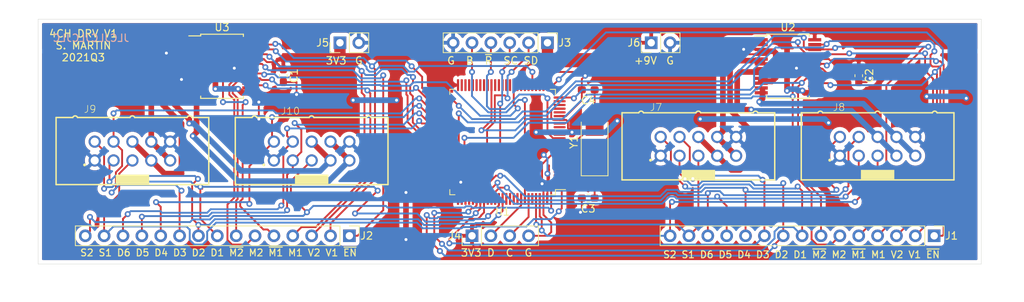
<source format=kicad_pcb>
(kicad_pcb (version 20171130) (host pcbnew 5.1.9+dfsg1-1)
  (layers (0 F.Cu signal) (31 B.Cu signal) (34 B.Paste user) (35 F.Paste user) (36 B.SilkS user) (37 F.SilkS user) (38 B.Mask user) (39 F.Mask user) (44 Edge.Cuts user))
  (net 0 "")
  (net 1 VCC)
  (net 2 GND)
  (net 3 /~EN1)
  (net 4 /TIM9_CH1)
  (net 5 /TIM9_CH2)
  (net 6 /TIM1_CH1)
  (net 7 /TIM1_CH1N)
  (net 8 /TIM1_CH2)
  (net 9 /TIM1_CH2N)
  (net 10 /PD0)
  (net 11 /PD1)
  (net 12 /PD2)
  (net 13 /PD3)
  (net 14 /PD4)
  (net 15 /PD5)
  (net 16 /PE0)
  (net 17 /PE1)
  (net 18 /PE3)
  (net 19 /PE2)
  (net 20 /PD11)
  (net 21 /PD10)
  (net 22 /PD9)
  (net 23 /PD8)
  (net 24 /PD7)
  (net 25 /PD6)
  (net 26 /TIM8_CH2N)
  (net 27 /TIM8_CH2)
  (net 28 /TIM8_CH1N)
  (net 29 /TIM8_CH1)
  (net 30 /TIM12_CH2)
  (net 31 /TIM12_CH1)
  (net 32 /~EN2)
  (net 33 /JTMS_SWDIO)
  (net 34 /JTCK_SWCLK)
  (net 35 /~RST)
  (net 36 /BOOT0)
  (net 37 /I2C1_SDA)
  (net 38 /I2C1_SCL)
  (net 39 /MD1/AO2)
  (net 40 /MD1/AO1)
  (net 41 /MD1/BO1)
  (net 42 /MD1/BO2)
  (net 43 +9V)
  (net 44 /MD2/AO2)
  (net 45 /MD2/AO1)
  (net 46 /MD2/BO1)
  (net 47 /MD2/BO2)
  (net 48 /OSC_IN)
  (net 49 /OSC_OUT)
  (module Capacitor_SMD:C_0603_1608Metric_Pad1.08x0.95mm_HandSolder (layer F.Cu) (at 45.72 48.26 270)
    (fp_text reference C1 (at 0 -1.43 90) (layer F.SilkS))
    (fp_text value C_Small)
    (pad 1 smd roundrect (at -0.8625 0 270) (size 1.075 0.95) (layers F.Cu F.Paste F.Mask) (net 1 VCC))
    (pad 2 smd roundrect (at 0.8625 0 270) (size 1.075 0.95) (layers F.Cu F.Paste F.Mask) (net 2 GND))
  )
  (module Capacitor_SMD:C_0603_1608Metric_Pad1.08x0.95mm_HandSolder (layer F.Cu) (at 123.19 48.26 270)
    (fp_text reference C2 (at 0 -1.43 90) (layer F.SilkS))
    (fp_text value C_Small)
    (pad 2 smd roundrect (at 0.8625 0 270) (size 1.075 0.95) (layers F.Cu F.Paste F.Mask) (net 2 GND))
    (pad 1 smd roundrect (at -0.8625 0 270) (size 1.075 0.95) (layers F.Cu F.Paste F.Mask) (net 1 VCC))
  )
  (module Connector_PinHeader_2.54mm:PinHeader_1x15_P2.54mm_Vertical (layer F.Cu) (at 133.35 69.85 270)
    (fp_text reference J1 (at 0 -2.33 180) (layer F.SilkS))
    (fp_text value Conn_01x15)
    (pad 1 thru_hole rect (at 0 0 270) (size 1.7 1.7) (drill 1) (layers *.Cu *.Mask) (net 3 /~EN1))
    (pad 2 thru_hole oval (at 0 2.54 270) (size 1.7 1.7) (drill 1) (layers *.Cu *.Mask) (net 4 /TIM9_CH1))
    (pad 3 thru_hole oval (at 0 5.08 270) (size 1.7 1.7) (drill 1) (layers *.Cu *.Mask) (net 5 /TIM9_CH2))
    (pad 4 thru_hole oval (at 0 7.62 270) (size 1.7 1.7) (drill 1) (layers *.Cu *.Mask) (net 6 /TIM1_CH1))
    (pad 5 thru_hole oval (at 0 10.16 270) (size 1.7 1.7) (drill 1) (layers *.Cu *.Mask) (net 7 /TIM1_CH1N))
    (pad 6 thru_hole oval (at 0 12.7 270) (size 1.7 1.7) (drill 1) (layers *.Cu *.Mask) (net 8 /TIM1_CH2))
    (pad 7 thru_hole oval (at 0 15.24 270) (size 1.7 1.7) (drill 1) (layers *.Cu *.Mask) (net 9 /TIM1_CH2N))
    (pad 8 thru_hole oval (at 0 17.78 270) (size 1.7 1.7) (drill 1) (layers *.Cu *.Mask) (net 10 /PD0))
    (pad 9 thru_hole oval (at 0 20.32 270) (size 1.7 1.7) (drill 1) (layers *.Cu *.Mask) (net 11 /PD1))
    (pad 10 thru_hole oval (at 0 22.86 270) (size 1.7 1.7) (drill 1) (layers *.Cu *.Mask) (net 12 /PD2))
    (pad 11 thru_hole oval (at 0 25.4 270) (size 1.7 1.7) (drill 1) (layers *.Cu *.Mask) (net 13 /PD3))
    (pad 12 thru_hole oval (at 0 27.94 270) (size 1.7 1.7) (drill 1) (layers *.Cu *.Mask) (net 14 /PD4))
    (pad 13 thru_hole oval (at 0 30.48 270) (size 1.7 1.7) (drill 1) (layers *.Cu *.Mask) (net 15 /PD5))
    (pad 14 thru_hole oval (at 0 33.02 270) (size 1.7 1.7) (drill 1) (layers *.Cu *.Mask) (net 16 /PE0))
    (pad 15 thru_hole oval (at 0 35.56 270) (size 1.7 1.7) (drill 1) (layers *.Cu *.Mask) (net 17 /PE1))
  )
  (module Connector_PinHeader_2.54mm:PinHeader_1x15_P2.54mm_Vertical (layer F.Cu) (at 54.61 69.85 270)
    (fp_text reference J2 (at 0 -2.33 180) (layer F.SilkS))
    (fp_text value Conn_01x15)
    (pad 15 thru_hole oval (at 0 35.56 270) (size 1.7 1.7) (drill 1) (layers *.Cu *.Mask) (net 18 /PE3))
    (pad 14 thru_hole oval (at 0 33.02 270) (size 1.7 1.7) (drill 1) (layers *.Cu *.Mask) (net 19 /PE2))
    (pad 13 thru_hole oval (at 0 30.48 270) (size 1.7 1.7) (drill 1) (layers *.Cu *.Mask) (net 20 /PD11))
    (pad 12 thru_hole oval (at 0 27.94 270) (size 1.7 1.7) (drill 1) (layers *.Cu *.Mask) (net 21 /PD10))
    (pad 11 thru_hole oval (at 0 25.4 270) (size 1.7 1.7) (drill 1) (layers *.Cu *.Mask) (net 22 /PD9))
    (pad 10 thru_hole oval (at 0 22.86 270) (size 1.7 1.7) (drill 1) (layers *.Cu *.Mask) (net 23 /PD8))
    (pad 9 thru_hole oval (at 0 20.32 270) (size 1.7 1.7) (drill 1) (layers *.Cu *.Mask) (net 24 /PD7))
    (pad 8 thru_hole oval (at 0 17.78 270) (size 1.7 1.7) (drill 1) (layers *.Cu *.Mask) (net 25 /PD6))
    (pad 7 thru_hole oval (at 0 15.24 270) (size 1.7 1.7) (drill 1) (layers *.Cu *.Mask) (net 26 /TIM8_CH2N))
    (pad 6 thru_hole oval (at 0 12.7 270) (size 1.7 1.7) (drill 1) (layers *.Cu *.Mask) (net 27 /TIM8_CH2))
    (pad 5 thru_hole oval (at 0 10.16 270) (size 1.7 1.7) (drill 1) (layers *.Cu *.Mask) (net 28 /TIM8_CH1N))
    (pad 4 thru_hole oval (at 0 7.62 270) (size 1.7 1.7) (drill 1) (layers *.Cu *.Mask) (net 29 /TIM8_CH1))
    (pad 3 thru_hole oval (at 0 5.08 270) (size 1.7 1.7) (drill 1) (layers *.Cu *.Mask) (net 30 /TIM12_CH2))
    (pad 2 thru_hole oval (at 0 2.54 270) (size 1.7 1.7) (drill 1) (layers *.Cu *.Mask) (net 31 /TIM12_CH1))
    (pad 1 thru_hole rect (at 0 0 270) (size 1.7 1.7) (drill 1) (layers *.Cu *.Mask) (net 32 /~EN2))
  )
  (module Connector_PinHeader_2.54mm:PinHeader_1x06_P2.54mm_Vertical (layer F.Cu) (at 81.28 43.815 270)
    (fp_text reference J3 (at 0 -2.33 180) (layer F.SilkS))
    (fp_text value Conn_01x06)
    (pad 1 thru_hole rect (at 0 0 270) (size 1.7 1.7) (drill 1) (layers *.Cu *.Mask) (net 1 VCC))
    (pad 2 thru_hole oval (at 0 2.54 270) (size 1.7 1.7) (drill 1) (layers *.Cu *.Mask) (net 33 /JTMS_SWDIO))
    (pad 3 thru_hole oval (at 0 5.08 270) (size 1.7 1.7) (drill 1) (layers *.Cu *.Mask) (net 34 /JTCK_SWCLK))
    (pad 4 thru_hole oval (at 0 7.62 270) (size 1.7 1.7) (drill 1) (layers *.Cu *.Mask) (net 35 /~RST))
    (pad 5 thru_hole oval (at 0 10.16 270) (size 1.7 1.7) (drill 1) (layers *.Cu *.Mask) (net 36 /BOOT0))
    (pad 6 thru_hole oval (at 0 12.7 270) (size 1.7 1.7) (drill 1) (layers *.Cu *.Mask) (net 2 GND))
  )
  (module Connector_PinHeader_2.54mm:PinHeader_1x04_P2.54mm_Vertical (layer F.Cu) (at 71.12 69.85 90)
    (fp_text reference J4 (at 0 -2.33 180) (layer F.SilkS))
    (fp_text value Conn_01x04)
    (pad 1 thru_hole rect (at 0 0 90) (size 1.7 1.7) (drill 1) (layers *.Cu *.Mask) (net 1 VCC))
    (pad 2 thru_hole oval (at 0 2.54 90) (size 1.7 1.7) (drill 1) (layers *.Cu *.Mask) (net 37 /I2C1_SDA))
    (pad 3 thru_hole oval (at 0 5.08 90) (size 1.7 1.7) (drill 1) (layers *.Cu *.Mask) (net 38 /I2C1_SCL))
    (pad 4 thru_hole oval (at 0 7.62 90) (size 1.7 1.7) (drill 1) (layers *.Cu *.Mask) (net 2 GND))
  )
  (module Connector_PinHeader_2.54mm:PinHeader_1x02_P2.54mm_Vertical (layer F.Cu) (at 95.25 43.815 90)
    (fp_text reference J6 (at 0 -2.33 180) (layer F.SilkS))
    (fp_text value Conn_01x02)
    (pad 1 thru_hole rect (at 0 0 90) (size 1.7 1.7) (drill 1) (layers *.Cu *.Mask) (net 43 +9V))
    (pad 2 thru_hole oval (at 0 2.54 90) (size 1.7 1.7) (drill 1) (layers *.Cu *.Mask) (net 2 GND))
  )
  (module Package_QFP:LQFP-100_14x14mm_P0.5mm (layer F.Cu) (at 75.24 57.205 180)
    (fp_text reference U1 (at 0 -9.42) (layer F.SilkS))
    (fp_text value STM32F407VGTx)
    (pad 1 smd roundrect (at -7.675 -6 180) (size 1.6 0.3) (layers F.Cu F.Paste F.Mask) (net 19 /PE2))
    (pad 2 smd roundrect (at -7.675 -5.5 180) (size 1.6 0.3) (layers F.Cu F.Paste F.Mask) (net 18 /PE3))
    (pad 3 smd roundrect (at -7.675 -5 180) (size 1.6 0.3) (layers F.Cu F.Paste F.Mask))
    (pad 4 smd roundrect (at -7.675 -4.5 180) (size 1.6 0.3) (layers F.Cu F.Paste F.Mask))
    (pad 5 smd roundrect (at -7.675 -4 180) (size 1.6 0.3) (layers F.Cu F.Paste F.Mask))
    (pad 6 smd roundrect (at -7.675 -3.5 180) (size 1.6 0.3) (layers F.Cu F.Paste F.Mask))
    (pad 7 smd roundrect (at -7.675 -3 180) (size 1.6 0.3) (layers F.Cu F.Paste F.Mask))
    (pad 8 smd roundrect (at -7.675 -2.5 180) (size 1.6 0.3) (layers F.Cu F.Paste F.Mask))
    (pad 9 smd roundrect (at -7.675 -2 180) (size 1.6 0.3) (layers F.Cu F.Paste F.Mask))
    (pad 10 smd roundrect (at -7.675 -1.5 180) (size 1.6 0.3) (layers F.Cu F.Paste F.Mask) (net 2 GND))
    (pad 11 smd roundrect (at -7.675 -1 180) (size 1.6 0.3) (layers F.Cu F.Paste F.Mask) (net 1 VCC))
    (pad 12 smd roundrect (at -7.675 -0.5 180) (size 1.6 0.3) (layers F.Cu F.Paste F.Mask) (net 48 /OSC_IN))
    (pad 13 smd roundrect (at -7.675 0 180) (size 1.6 0.3) (layers F.Cu F.Paste F.Mask) (net 49 /OSC_OUT))
    (pad 14 smd roundrect (at -7.675 0.5 180) (size 1.6 0.3) (layers F.Cu F.Paste F.Mask) (net 35 /~RST))
    (pad 15 smd roundrect (at -7.675 1 180) (size 1.6 0.3) (layers F.Cu F.Paste F.Mask))
    (pad 16 smd roundrect (at -7.675 1.5 180) (size 1.6 0.3) (layers F.Cu F.Paste F.Mask))
    (pad 17 smd roundrect (at -7.675 2 180) (size 1.6 0.3) (layers F.Cu F.Paste F.Mask))
    (pad 18 smd roundrect (at -7.675 2.5 180) (size 1.6 0.3) (layers F.Cu F.Paste F.Mask))
    (pad 19 smd roundrect (at -7.675 3 180) (size 1.6 0.3) (layers F.Cu F.Paste F.Mask) (net 1 VCC))
    (pad 20 smd roundrect (at -7.675 3.5 180) (size 1.6 0.3) (layers F.Cu F.Paste F.Mask) (net 2 GND))
    (pad 21 smd roundrect (at -7.675 4 180) (size 1.6 0.3) (layers F.Cu F.Paste F.Mask))
    (pad 22 smd roundrect (at -7.675 4.5 180) (size 1.6 0.3) (layers F.Cu F.Paste F.Mask) (net 1 VCC))
    (pad 23 smd roundrect (at -7.675 5 180) (size 1.6 0.3) (layers F.Cu F.Paste F.Mask))
    (pad 24 smd roundrect (at -7.675 5.5 180) (size 1.6 0.3) (layers F.Cu F.Paste F.Mask))
    (pad 25 smd roundrect (at -7.675 6 180) (size 1.6 0.3) (layers F.Cu F.Paste F.Mask) (net 4 /TIM9_CH1))
    (pad 26 smd roundrect (at -6 7.675 180) (size 0.3 1.6) (layers F.Cu F.Paste F.Mask) (net 5 /TIM9_CH2))
    (pad 27 smd roundrect (at -5.5 7.675 180) (size 0.3 1.6) (layers F.Cu F.Paste F.Mask) (net 2 GND))
    (pad 28 smd roundrect (at -5 7.675 180) (size 0.3 1.6) (layers F.Cu F.Paste F.Mask) (net 1 VCC))
    (pad 29 smd roundrect (at -4.5 7.675 180) (size 0.3 1.6) (layers F.Cu F.Paste F.Mask))
    (pad 30 smd roundrect (at -4 7.675 180) (size 0.3 1.6) (layers F.Cu F.Paste F.Mask) (net 28 /TIM8_CH1N))
    (pad 31 smd roundrect (at -3.5 7.675 180) (size 0.3 1.6) (layers F.Cu F.Paste F.Mask))
    (pad 32 smd roundrect (at -3 7.675 180) (size 0.3 1.6) (layers F.Cu F.Paste F.Mask))
    (pad 33 smd roundrect (at -2.5 7.675 180) (size 0.3 1.6) (layers F.Cu F.Paste F.Mask))
    (pad 34 smd roundrect (at -2 7.675 180) (size 0.3 1.6) (layers F.Cu F.Paste F.Mask))
    (pad 35 smd roundrect (at -1.5 7.675 180) (size 0.3 1.6) (layers F.Cu F.Paste F.Mask) (net 26 /TIM8_CH2N))
    (pad 36 smd roundrect (at -1 7.675 180) (size 0.3 1.6) (layers F.Cu F.Paste F.Mask))
    (pad 37 smd roundrect (at -0.5 7.675 180) (size 0.3 1.6) (layers F.Cu F.Paste F.Mask))
    (pad 38 smd roundrect (at 0 7.675 180) (size 0.3 1.6) (layers F.Cu F.Paste F.Mask))
    (pad 39 smd roundrect (at 0.5 7.675 180) (size 0.3 1.6) (layers F.Cu F.Paste F.Mask))
    (pad 40 smd roundrect (at 1 7.675 180) (size 0.3 1.6) (layers F.Cu F.Paste F.Mask))
    (pad 41 smd roundrect (at 1.5 7.675 180) (size 0.3 1.6) (layers F.Cu F.Paste F.Mask) (net 9 /TIM1_CH2N))
    (pad 42 smd roundrect (at 2 7.675 180) (size 0.3 1.6) (layers F.Cu F.Paste F.Mask))
    (pad 43 smd roundrect (at 2.5 7.675 180) (size 0.3 1.6) (layers F.Cu F.Paste F.Mask))
    (pad 44 smd roundrect (at 3 7.675 180) (size 0.3 1.6) (layers F.Cu F.Paste F.Mask))
    (pad 45 smd roundrect (at 3.5 7.675 180) (size 0.3 1.6) (layers F.Cu F.Paste F.Mask))
    (pad 46 smd roundrect (at 4 7.675 180) (size 0.3 1.6) (layers F.Cu F.Paste F.Mask))
    (pad 47 smd roundrect (at 4.5 7.675 180) (size 0.3 1.6) (layers F.Cu F.Paste F.Mask))
    (pad 48 smd roundrect (at 5 7.675 180) (size 0.3 1.6) (layers F.Cu F.Paste F.Mask))
    (pad 49 smd roundrect (at 5.5 7.675 180) (size 0.3 1.6) (layers F.Cu F.Paste F.Mask))
    (pad 50 smd roundrect (at 6 7.675 180) (size 0.3 1.6) (layers F.Cu F.Paste F.Mask) (net 1 VCC))
    (pad 51 smd roundrect (at 7.675 6 180) (size 1.6 0.3) (layers F.Cu F.Paste F.Mask))
    (pad 52 smd roundrect (at 7.675 5.5 180) (size 1.6 0.3) (layers F.Cu F.Paste F.Mask) (net 7 /TIM1_CH1N))
    (pad 53 smd roundrect (at 7.675 5 180) (size 1.6 0.3) (layers F.Cu F.Paste F.Mask) (net 31 /TIM12_CH1))
    (pad 54 smd roundrect (at 7.675 4.5 180) (size 1.6 0.3) (layers F.Cu F.Paste F.Mask) (net 30 /TIM12_CH2))
    (pad 55 smd roundrect (at 7.675 4 180) (size 1.6 0.3) (layers F.Cu F.Paste F.Mask) (net 23 /PD8))
    (pad 56 smd roundrect (at 7.675 3.5 180) (size 1.6 0.3) (layers F.Cu F.Paste F.Mask) (net 22 /PD9))
    (pad 57 smd roundrect (at 7.675 3 180) (size 1.6 0.3) (layers F.Cu F.Paste F.Mask) (net 21 /PD10))
    (pad 58 smd roundrect (at 7.675 2.5 180) (size 1.6 0.3) (layers F.Cu F.Paste F.Mask) (net 20 /PD11))
    (pad 59 smd roundrect (at 7.675 2 180) (size 1.6 0.3) (layers F.Cu F.Paste F.Mask))
    (pad 60 smd roundrect (at 7.675 1.5 180) (size 1.6 0.3) (layers F.Cu F.Paste F.Mask))
    (pad 61 smd roundrect (at 7.675 1 180) (size 1.6 0.3) (layers F.Cu F.Paste F.Mask))
    (pad 62 smd roundrect (at 7.675 0.5 180) (size 1.6 0.3) (layers F.Cu F.Paste F.Mask))
    (pad 63 smd roundrect (at 7.675 0 180) (size 1.6 0.3) (layers F.Cu F.Paste F.Mask) (net 29 /TIM8_CH1))
    (pad 64 smd roundrect (at 7.675 -0.5 180) (size 1.6 0.3) (layers F.Cu F.Paste F.Mask) (net 27 /TIM8_CH2))
    (pad 65 smd roundrect (at 7.675 -1 180) (size 1.6 0.3) (layers F.Cu F.Paste F.Mask))
    (pad 66 smd roundrect (at 7.675 -1.5 180) (size 1.6 0.3) (layers F.Cu F.Paste F.Mask))
    (pad 67 smd roundrect (at 7.675 -2 180) (size 1.6 0.3) (layers F.Cu F.Paste F.Mask) (net 6 /TIM1_CH1))
    (pad 68 smd roundrect (at 7.675 -2.5 180) (size 1.6 0.3) (layers F.Cu F.Paste F.Mask) (net 8 /TIM1_CH2))
    (pad 69 smd roundrect (at 7.675 -3 180) (size 1.6 0.3) (layers F.Cu F.Paste F.Mask))
    (pad 70 smd roundrect (at 7.675 -3.5 180) (size 1.6 0.3) (layers F.Cu F.Paste F.Mask))
    (pad 71 smd roundrect (at 7.675 -4 180) (size 1.6 0.3) (layers F.Cu F.Paste F.Mask))
    (pad 72 smd roundrect (at 7.675 -4.5 180) (size 1.6 0.3) (layers F.Cu F.Paste F.Mask) (net 33 /JTMS_SWDIO))
    (pad 73 smd roundrect (at 7.675 -5 180) (size 1.6 0.3) (layers F.Cu F.Paste F.Mask))
    (pad 74 smd roundrect (at 7.675 -5.5 180) (size 1.6 0.3) (layers F.Cu F.Paste F.Mask) (net 2 GND))
    (pad 75 smd roundrect (at 7.675 -6 180) (size 1.6 0.3) (layers F.Cu F.Paste F.Mask) (net 1 VCC))
    (pad 76 smd roundrect (at 6 -7.675 180) (size 0.3 1.6) (layers F.Cu F.Paste F.Mask) (net 34 /JTCK_SWCLK))
    (pad 77 smd roundrect (at 5.5 -7.675 180) (size 0.3 1.6) (layers F.Cu F.Paste F.Mask))
    (pad 78 smd roundrect (at 5 -7.675 180) (size 0.3 1.6) (layers F.Cu F.Paste F.Mask))
    (pad 79 smd roundrect (at 4.5 -7.675 180) (size 0.3 1.6) (layers F.Cu F.Paste F.Mask))
    (pad 80 smd roundrect (at 4 -7.675 180) (size 0.3 1.6) (layers F.Cu F.Paste F.Mask))
    (pad 81 smd roundrect (at 3.5 -7.675 180) (size 0.3 1.6) (layers F.Cu F.Paste F.Mask) (net 10 /PD0))
    (pad 82 smd roundrect (at 3 -7.675 180) (size 0.3 1.6) (layers F.Cu F.Paste F.Mask) (net 11 /PD1))
    (pad 83 smd roundrect (at 2.5 -7.675 180) (size 0.3 1.6) (layers F.Cu F.Paste F.Mask) (net 12 /PD2))
    (pad 84 smd roundrect (at 2 -7.675 180) (size 0.3 1.6) (layers F.Cu F.Paste F.Mask) (net 13 /PD3))
    (pad 85 smd roundrect (at 1.5 -7.675 180) (size 0.3 1.6) (layers F.Cu F.Paste F.Mask) (net 14 /PD4))
    (pad 86 smd roundrect (at 1 -7.675 180) (size 0.3 1.6) (layers F.Cu F.Paste F.Mask) (net 15 /PD5))
    (pad 87 smd roundrect (at 0.5 -7.675 180) (size 0.3 1.6) (layers F.Cu F.Paste F.Mask) (net 25 /PD6))
    (pad 88 smd roundrect (at 0 -7.675 180) (size 0.3 1.6) (layers F.Cu F.Paste F.Mask) (net 24 /PD7))
    (pad 89 smd roundrect (at -0.5 -7.675 180) (size 0.3 1.6) (layers F.Cu F.Paste F.Mask))
    (pad 90 smd roundrect (at -1 -7.675 180) (size 0.3 1.6) (layers F.Cu F.Paste F.Mask))
    (pad 91 smd roundrect (at -1.5 -7.675 180) (size 0.3 1.6) (layers F.Cu F.Paste F.Mask))
    (pad 92 smd roundrect (at -2 -7.675 180) (size 0.3 1.6) (layers F.Cu F.Paste F.Mask))
    (pad 93 smd roundrect (at -2.5 -7.675 180) (size 0.3 1.6) (layers F.Cu F.Paste F.Mask) (net 37 /I2C1_SDA))
    (pad 94 smd roundrect (at -3 -7.675 180) (size 0.3 1.6) (layers F.Cu F.Paste F.Mask) (net 36 /BOOT0))
    (pad 95 smd roundrect (at -3.5 -7.675 180) (size 0.3 1.6) (layers F.Cu F.Paste F.Mask) (net 38 /I2C1_SCL))
    (pad 96 smd roundrect (at -4 -7.675 180) (size 0.3 1.6) (layers F.Cu F.Paste F.Mask))
    (pad 97 smd roundrect (at -4.5 -7.675 180) (size 0.3 1.6) (layers F.Cu F.Paste F.Mask) (net 16 /PE0))
    (pad 98 smd roundrect (at -5 -7.675 180) (size 0.3 1.6) (layers F.Cu F.Paste F.Mask) (net 17 /PE1))
    (pad 99 smd roundrect (at -5.5 -7.675 180) (size 0.3 1.6) (layers F.Cu F.Paste F.Mask) (net 2 GND))
    (pad 100 smd roundrect (at -6 -7.675 180) (size 0.3 1.6) (layers F.Cu F.Paste F.Mask) (net 1 VCC))
  )
  (module Package_SO:SSOP-24_5.3x8.2mm_P0.65mm (layer F.Cu) (at 113.665 46.99)
    (fp_text reference U2 (at 0 -5.25) (layer F.SilkS))
    (fp_text value TB6612FNG)
    (pad 1 smd rect (at -3.6 -3.575) (size 1.75 0.45) (layers F.Cu F.Paste F.Mask) (net 40 /MD1/AO1))
    (pad 2 smd rect (at -3.6 -2.925) (size 1.75 0.45) (layers F.Cu F.Paste F.Mask) (net 40 /MD1/AO1))
    (pad 3 smd rect (at -3.6 -2.275) (size 1.75 0.45) (layers F.Cu F.Paste F.Mask) (net 2 GND))
    (pad 4 smd rect (at -3.6 -1.625) (size 1.75 0.45) (layers F.Cu F.Paste F.Mask) (net 2 GND))
    (pad 5 smd rect (at -3.6 -0.975) (size 1.75 0.45) (layers F.Cu F.Paste F.Mask) (net 39 /MD1/AO2))
    (pad 6 smd rect (at -3.6 -0.325) (size 1.75 0.45) (layers F.Cu F.Paste F.Mask) (net 39 /MD1/AO2))
    (pad 7 smd rect (at -3.6 0.325) (size 1.75 0.45) (layers F.Cu F.Paste F.Mask) (net 42 /MD1/BO2))
    (pad 8 smd rect (at -3.6 0.975) (size 1.75 0.45) (layers F.Cu F.Paste F.Mask) (net 42 /MD1/BO2))
    (pad 9 smd rect (at -3.6 1.625) (size 1.75 0.45) (layers F.Cu F.Paste F.Mask) (net 2 GND))
    (pad 10 smd rect (at -3.6 2.275) (size 1.75 0.45) (layers F.Cu F.Paste F.Mask) (net 2 GND))
    (pad 11 smd rect (at -3.6 2.925) (size 1.75 0.45) (layers F.Cu F.Paste F.Mask) (net 41 /MD1/BO1))
    (pad 12 smd rect (at -3.6 3.575) (size 1.75 0.45) (layers F.Cu F.Paste F.Mask) (net 41 /MD1/BO1))
    (pad 13 smd rect (at 3.6 3.575) (size 1.75 0.45) (layers F.Cu F.Paste F.Mask) (net 43 +9V))
    (pad 14 smd rect (at 3.6 2.925) (size 1.75 0.45) (layers F.Cu F.Paste F.Mask) (net 43 +9V))
    (pad 15 smd rect (at 3.6 2.275) (size 1.75 0.45) (layers F.Cu F.Paste F.Mask) (net 5 /TIM9_CH2))
    (pad 16 smd rect (at 3.6 1.625) (size 1.75 0.45) (layers F.Cu F.Paste F.Mask) (net 9 /TIM1_CH2N))
    (pad 17 smd rect (at 3.6 0.975) (size 1.75 0.45) (layers F.Cu F.Paste F.Mask) (net 8 /TIM1_CH2))
    (pad 18 smd rect (at 3.6 0.325) (size 1.75 0.45) (layers F.Cu F.Paste F.Mask) (net 2 GND))
    (pad 19 smd rect (at 3.6 -0.325) (size 1.75 0.45) (layers F.Cu F.Paste F.Mask) (net 3 /~EN1))
    (pad 20 smd rect (at 3.6 -0.975) (size 1.75 0.45) (layers F.Cu F.Paste F.Mask) (net 1 VCC))
    (pad 21 smd rect (at 3.6 -1.625) (size 1.75 0.45) (layers F.Cu F.Paste F.Mask) (net 6 /TIM1_CH1))
    (pad 22 smd rect (at 3.6 -2.275) (size 1.75 0.45) (layers F.Cu F.Paste F.Mask) (net 7 /TIM1_CH1N))
    (pad 23 smd rect (at 3.6 -2.925) (size 1.75 0.45) (layers F.Cu F.Paste F.Mask) (net 4 /TIM9_CH1))
    (pad 24 smd rect (at 3.6 -3.575) (size 1.75 0.45) (layers F.Cu F.Paste F.Mask) (net 43 +9V))
  )
  (module Package_SO:SSOP-24_5.3x8.2mm_P0.65mm (layer F.Cu) (at 37.465 46.99)
    (fp_text reference U3 (at 0 -5.25) (layer F.SilkS))
    (fp_text value TB6612FNG)
    (pad 24 smd rect (at 3.6 -3.575) (size 1.75 0.45) (layers F.Cu F.Paste F.Mask) (net 43 +9V))
    (pad 23 smd rect (at 3.6 -2.925) (size 1.75 0.45) (layers F.Cu F.Paste F.Mask) (net 31 /TIM12_CH1))
    (pad 22 smd rect (at 3.6 -2.275) (size 1.75 0.45) (layers F.Cu F.Paste F.Mask) (net 28 /TIM8_CH1N))
    (pad 21 smd rect (at 3.6 -1.625) (size 1.75 0.45) (layers F.Cu F.Paste F.Mask) (net 29 /TIM8_CH1))
    (pad 20 smd rect (at 3.6 -0.975) (size 1.75 0.45) (layers F.Cu F.Paste F.Mask) (net 1 VCC))
    (pad 19 smd rect (at 3.6 -0.325) (size 1.75 0.45) (layers F.Cu F.Paste F.Mask) (net 32 /~EN2))
    (pad 18 smd rect (at 3.6 0.325) (size 1.75 0.45) (layers F.Cu F.Paste F.Mask) (net 2 GND))
    (pad 17 smd rect (at 3.6 0.975) (size 1.75 0.45) (layers F.Cu F.Paste F.Mask) (net 27 /TIM8_CH2))
    (pad 16 smd rect (at 3.6 1.625) (size 1.75 0.45) (layers F.Cu F.Paste F.Mask) (net 26 /TIM8_CH2N))
    (pad 15 smd rect (at 3.6 2.275) (size 1.75 0.45) (layers F.Cu F.Paste F.Mask) (net 30 /TIM12_CH2))
    (pad 14 smd rect (at 3.6 2.925) (size 1.75 0.45) (layers F.Cu F.Paste F.Mask) (net 43 +9V))
    (pad 13 smd rect (at 3.6 3.575) (size 1.75 0.45) (layers F.Cu F.Paste F.Mask) (net 43 +9V))
    (pad 12 smd rect (at -3.6 3.575) (size 1.75 0.45) (layers F.Cu F.Paste F.Mask) (net 46 /MD2/BO1))
    (pad 11 smd rect (at -3.6 2.925) (size 1.75 0.45) (layers F.Cu F.Paste F.Mask) (net 46 /MD2/BO1))
    (pad 10 smd rect (at -3.6 2.275) (size 1.75 0.45) (layers F.Cu F.Paste F.Mask) (net 2 GND))
    (pad 9 smd rect (at -3.6 1.625) (size 1.75 0.45) (layers F.Cu F.Paste F.Mask) (net 2 GND))
    (pad 8 smd rect (at -3.6 0.975) (size 1.75 0.45) (layers F.Cu F.Paste F.Mask) (net 47 /MD2/BO2))
    (pad 7 smd rect (at -3.6 0.325) (size 1.75 0.45) (layers F.Cu F.Paste F.Mask) (net 47 /MD2/BO2))
    (pad 6 smd rect (at -3.6 -0.325) (size 1.75 0.45) (layers F.Cu F.Paste F.Mask) (net 44 /MD2/AO2))
    (pad 5 smd rect (at -3.6 -0.975) (size 1.75 0.45) (layers F.Cu F.Paste F.Mask) (net 44 /MD2/AO2))
    (pad 4 smd rect (at -3.6 -1.625) (size 1.75 0.45) (layers F.Cu F.Paste F.Mask) (net 2 GND))
    (pad 3 smd rect (at -3.6 -2.275) (size 1.75 0.45) (layers F.Cu F.Paste F.Mask) (net 2 GND))
    (pad 2 smd rect (at -3.6 -2.925) (size 1.75 0.45) (layers F.Cu F.Paste F.Mask) (net 45 /MD2/AO1))
    (pad 1 smd rect (at -3.6 -3.575) (size 1.75 0.45) (layers F.Cu F.Paste F.Mask) (net 45 /MD2/AO1))
  )
  (module WR_CONN:61201021621 (layer F.Cu) (at 101.6 57.785)
    (fp_text reference J7 (at -4.826 -4.699) (layer F.SilkS) (effects (font (size 0.9652 0.9652) (thickness 0.08128)) (justify right bottom)))
    (fp_text value Conn_02x05_Odd_Even)
    (pad 2 thru_hole circle (at -5.08 -1.27) (size 1.65 1.65) (drill 1.1) (layers *.Cu *.Mask) (net 10 /PD0))
    (pad 1 thru_hole circle (at -5.08 1.27) (size 1.65 1.65) (drill 1.1) (layers *.Cu *.Mask) (net 2 GND))
    (pad 4 thru_hole circle (at -2.54 -1.27) (size 1.65 1.65) (drill 1.1) (layers *.Cu *.Mask) (net 12 /PD2))
    (pad 3 thru_hole circle (at -2.54 1.27) (size 1.65 1.65) (drill 1.1) (layers *.Cu *.Mask) (net 11 /PD1))
    (pad 6 thru_hole circle (at 0 -1.27) (size 1.65 1.65) (drill 1.1) (layers *.Cu *.Mask) (net 39 /MD1/AO2))
    (pad 5 thru_hole circle (at 0 1.27) (size 1.65 1.65) (drill 1.1) (layers *.Cu *.Mask) (net 16 /PE0))
    (pad 7 thru_hole circle (at 2.54 1.27) (size 1.65 1.65) (drill 1.1) (layers *.Cu *.Mask) (net 39 /MD1/AO2))
    (pad 8 thru_hole circle (at 2.54 -1.27) (size 1.65 1.65) (drill 1.1) (layers *.Cu *.Mask) (net 40 /MD1/AO1))
    (pad 9 thru_hole circle (at 5.08 1.27) (size 1.65 1.65) (drill 1.1) (layers *.Cu *.Mask) (net 40 /MD1/AO1))
    (pad 10 thru_hole circle (at 5.08 -1.27) (size 1.65 1.65) (drill 1.1) (layers *.Cu *.Mask) (net 2 GND))
  )
  (module WR_CONN:61201021621 (layer F.Cu) (at 25.4 58.42)
    (fp_text reference J9 (at -4.826 -5.08) (layer F.SilkS) (effects (font (size 0.9652 0.9652) (thickness 0.08128)) (justify right bottom)))
    (fp_text value Conn_02x05_Odd_Even)
    (pad 2 thru_hole circle (at -5.08 -1.27) (size 1.65 1.65) (drill 1.1) (layers *.Cu *.Mask) (net 25 /PD6))
    (pad 1 thru_hole circle (at -5.08 1.27) (size 1.65 1.65) (drill 1.1) (layers *.Cu *.Mask) (net 2 GND))
    (pad 4 thru_hole circle (at -2.54 -1.27) (size 1.65 1.65) (drill 1.1) (layers *.Cu *.Mask) (net 23 /PD8))
    (pad 3 thru_hole circle (at -2.54 1.27) (size 1.65 1.65) (drill 1.1) (layers *.Cu *.Mask) (net 24 /PD7))
    (pad 6 thru_hole circle (at 0 -1.27) (size 1.65 1.65) (drill 1.1) (layers *.Cu *.Mask) (net 44 /MD2/AO2))
    (pad 5 thru_hole circle (at 0 1.27) (size 1.65 1.65) (drill 1.1) (layers *.Cu *.Mask) (net 19 /PE2))
    (pad 7 thru_hole circle (at 2.54 1.27) (size 1.65 1.65) (drill 1.1) (layers *.Cu *.Mask) (net 44 /MD2/AO2))
    (pad 8 thru_hole circle (at 2.54 -1.27) (size 1.65 1.65) (drill 1.1) (layers *.Cu *.Mask) (net 45 /MD2/AO1))
    (pad 9 thru_hole circle (at 5.08 1.27) (size 1.65 1.65) (drill 1.1) (layers *.Cu *.Mask) (net 45 /MD2/AO1))
    (pad 10 thru_hole circle (at 5.08 -1.27) (size 1.65 1.65) (drill 1.1) (layers *.Cu *.Mask) (net 2 GND))
  )
  (module Connector_PinHeader_2.54mm:PinHeader_1x02_P2.54mm_Vertical (layer F.Cu) (at 53.34 43.815 90)
    (fp_text reference J5 (at 0 -2.33 180) (layer F.SilkS))
    (fp_text value Conn_01x02)
    (pad 1 thru_hole rect (at 0 0 90) (size 1.7 1.7) (drill 1) (layers *.Cu *.Mask) (net 1 VCC))
    (pad 2 thru_hole oval (at 0 2.54 90) (size 1.7 1.7) (drill 1) (layers *.Cu *.Mask) (net 2 GND))
  )
  (module WR_CONN:61201021621 (layer F.Cu) (at 125.73 57.785)
    (fp_text reference J8 (at -4.318 -4.699) (layer F.SilkS) (effects (font (size 0.9652 0.9652) (thickness 0.08128)) (justify right bottom)))
    (fp_text value Conn_02x05_Odd_Even)
    (pad 2 thru_hole circle (at -5.08 -1.27) (size 1.65 1.65) (drill 1.1) (layers *.Cu *.Mask) (net 13 /PD3))
    (pad 1 thru_hole circle (at -5.08 1.27) (size 1.65 1.65) (drill 1.1) (layers *.Cu *.Mask) (net 2 GND))
    (pad 4 thru_hole circle (at -2.54 -1.27) (size 1.65 1.65) (drill 1.1) (layers *.Cu *.Mask) (net 15 /PD5))
    (pad 3 thru_hole circle (at -2.54 1.27) (size 1.65 1.65) (drill 1.1) (layers *.Cu *.Mask) (net 14 /PD4))
    (pad 6 thru_hole circle (at 0 -1.27) (size 1.65 1.65) (drill 1.1) (layers *.Cu *.Mask) (net 42 /MD1/BO2))
    (pad 5 thru_hole circle (at 0 1.27) (size 1.65 1.65) (drill 1.1) (layers *.Cu *.Mask) (net 17 /PE1))
    (pad 7 thru_hole circle (at 2.54 1.27) (size 1.65 1.65) (drill 1.1) (layers *.Cu *.Mask) (net 42 /MD1/BO2))
    (pad 8 thru_hole circle (at 2.54 -1.27) (size 1.65 1.65) (drill 1.1) (layers *.Cu *.Mask) (net 41 /MD1/BO1))
    (pad 9 thru_hole circle (at 5.08 1.27) (size 1.65 1.65) (drill 1.1) (layers *.Cu *.Mask) (net 41 /MD1/BO1))
    (pad 10 thru_hole circle (at 5.08 -1.27) (size 1.65 1.65) (drill 1.1) (layers *.Cu *.Mask) (net 2 GND))
  )
  (module WR_CONN:61201021621 (layer F.Cu) (at 49.53 58.42)
    (fp_text reference J10 (at -1.524 -4.826) (layer F.SilkS) (effects (font (size 0.9652 0.9652) (thickness 0.08128)) (justify right bottom)))
    (fp_text value Conn_02x05_Odd_Even)
    (pad 10 thru_hole circle (at 5.08 -1.27) (size 1.65 1.65) (drill 1.1) (layers *.Cu *.Mask) (net 2 GND))
    (pad 9 thru_hole circle (at 5.08 1.27) (size 1.65 1.65) (drill 1.1) (layers *.Cu *.Mask) (net 46 /MD2/BO1))
    (pad 8 thru_hole circle (at 2.54 -1.27) (size 1.65 1.65) (drill 1.1) (layers *.Cu *.Mask) (net 46 /MD2/BO1))
    (pad 7 thru_hole circle (at 2.54 1.27) (size 1.65 1.65) (drill 1.1) (layers *.Cu *.Mask) (net 47 /MD2/BO2))
    (pad 5 thru_hole circle (at 0 1.27) (size 1.65 1.65) (drill 1.1) (layers *.Cu *.Mask) (net 18 /PE3))
    (pad 6 thru_hole circle (at 0 -1.27) (size 1.65 1.65) (drill 1.1) (layers *.Cu *.Mask) (net 47 /MD2/BO2))
    (pad 3 thru_hole circle (at -2.54 1.27) (size 1.65 1.65) (drill 1.1) (layers *.Cu *.Mask) (net 21 /PD10))
    (pad 4 thru_hole circle (at -2.54 -1.27) (size 1.65 1.65) (drill 1.1) (layers *.Cu *.Mask) (net 20 /PD11))
    (pad 1 thru_hole circle (at -5.08 1.27) (size 1.65 1.65) (drill 1.1) (layers *.Cu *.Mask) (net 2 GND))
    (pad 2 thru_hole circle (at -5.08 -1.27) (size 1.65 1.65) (drill 1.1) (layers *.Cu *.Mask) (net 22 /PD9))
  )
  (module Capacitor_SMD:C_0603_1608Metric_Pad1.08x0.95mm_HandSolder (layer F.Cu) (at 86.7675 64.77 180)
    (fp_text reference C3 (at 0 -1.43) (layer F.SilkS))
    (fp_text value C)
    (pad 2 smd roundrect (at 0.8625 0 180) (size 1.075 0.95) (layers F.Cu F.Paste F.Mask) (net 2 GND))
    (pad 1 smd roundrect (at -0.8625 0 180) (size 1.075 0.95) (layers F.Cu F.Paste F.Mask) (net 48 /OSC_IN))
  )
  (module Capacitor_SMD:C_0603_1608Metric_Pad1.08x0.95mm_HandSolder (layer F.Cu) (at 86.7675 50.165 180)
    (fp_text reference C4 (at 0 -1.43) (layer F.SilkS))
    (fp_text value C)
    (pad 1 smd roundrect (at -0.8625 0 180) (size 1.075 0.95) (layers F.Cu F.Paste F.Mask) (net 49 /OSC_OUT))
    (pad 2 smd roundrect (at 0.8625 0 180) (size 1.075 0.95) (layers F.Cu F.Paste F.Mask) (net 2 GND))
  )
  (module Crystal:Crystal_SMD_5032-2Pin_5.0x3.2mm_HandSoldering (layer F.Cu) (at 87.63 57.21 90)
    (fp_text reference Y1 (at 0 -2.8 90) (layer F.SilkS))
    (fp_text value Crystal)
    (pad 1 smd rect (at -2.6 0 90) (size 3.5 2.4) (layers F.Cu F.Paste F.Mask) (net 48 /OSC_IN))
    (pad 2 smd rect (at 2.6 0 90) (size 3.5 2.4) (layers F.Cu F.Paste F.Mask) (net 49 /OSC_OUT))
  )
  (gr_text JLCJLCJLCJLC (at 19.812 43.18) (layer B.SilkS) (effects (font (size 1 1)) (justify mirror)))
  (gr_text "S2 S1 D6 D5 D4 D3 D2 D1 ~M2~ M2 ~M1~ M1 V2 V1 ~EN~" (at 18.288 72.136) (layer F.SilkS) (effects (font (size 0.9271 0.9271)) (justify left)))
  (gr_text "S2 S1 D6 D5 D4 D3 D2 D1 ~M2~ M2 ~M1~ M1 V2 V1 ~EN~" (at 96.774 72.39) (layer F.SilkS) (effects (font (size 0.9271 0.9271)) (justify left)))
  (gr_text "3V3 D  C  G" (at 74.422 72.136) (layer F.SilkS) (effects (font (size 1 1))))
  (gr_text "G  B  ~R~  SC SD" (at 73.914 46.228) (layer F.SilkS) (effects (font (size 1 1))))
  (gr_text G (at 55.88 46.228) (layer F.SilkS) (effects (font (size 1 1))))
  (gr_text "3V3\n" (at 52.832 46.228) (layer F.SilkS) (effects (font (size 1 1))))
  (gr_text G (at 97.79 46.228) (layer F.SilkS) (effects (font (size 1 1))))
  (gr_text +9V (at 94.488 46.228) (layer F.SilkS) (effects (font (size 1 1))))
  (gr_text "4CH DRV V1\nS. MARTIN\n2021Q3" (at 18.796 44.196) (layer F.SilkS) (effects (font (size 1 1))))
  (gr_line (start 12.7 73.66) (end 12.7 40.64) (layer Edge.Cuts) (width 0.05))
  (gr_line (start 139.7 73.66) (end 12.7 73.66) (layer Edge.Cuts) (width 0.05))
  (gr_line (start 139.7 40.64) (end 139.7 73.66) (layer Edge.Cuts) (width 0.05))
  (gr_line (start 12.7 40.64) (end 139.7 40.64) (layer Edge.Cuts) (width 0.05))
  (segment (start 79.756 55.88) (end 84.582 55.88) (width 0.762) (layer B.Cu) (net 1))
  (via (at 79.756 55.88) (size 0.8) (drill 0.4) (layers F.Cu B.Cu) (net 1))
  (segment (start 84.582 55.88) (end 89.154 55.88) (width 0.762) (layer B.Cu) (net 1))
  (via (at 84.582 55.88) (size 0.8) (drill 0.4) (layers F.Cu B.Cu) (net 1))
  (segment (start 89.154 55.88) (end 90.678 54.356) (width 0.762) (layer B.Cu) (net 1))
  (segment (start 62.23 64.008) (end 62.23 70.358) (width 0.762) (layer F.Cu) (net 2))
  (via (at 62.23 70.358) (size 0.8) (drill 0.4) (layers F.Cu B.Cu) (net 2))
  (segment (start 112.014 45.212) (end 112.014 48.514) (width 0.762) (layer F.Cu) (net 2))
  (via (at 42.418 54.102) (size 0.8) (drill 0.4) (layers F.Cu B.Cu) (net 2))
  (segment (start 117.265 46.015) (end 119.167 46.015) (width 0.25) (layer F.Cu) (net 1))
  (segment (start 120.5495 47.3975) (end 123.19 47.3975) (width 0.25) (layer F.Cu) (net 1))
  (segment (start 119.167 46.015) (end 120.5495 47.3975) (width 0.25) (layer F.Cu) (net 1))
  (segment (start 67.565 63.205) (end 67.565 64.515) (width 0.25) (layer F.Cu) (net 1))
  (segment (start 80.24 49.53) (end 80.24 47.776) (width 0.25) (layer F.Cu) (net 1))
  (via (at 80.772 58.928) (size 0.8) (drill 0.4) (layers F.Cu B.Cu) (net 1))
  (segment (start 81.495 58.205) (end 80.772 58.928) (width 0.25) (layer F.Cu) (net 1))
  (segment (start 82.915 58.205) (end 81.495 58.205) (width 0.25) (layer F.Cu) (net 1))
  (via (at 81.28 61.468) (size 0.8) (drill 0.4) (layers F.Cu B.Cu) (net 1))
  (segment (start 80.772 58.928) (end 81.28 59.436) (width 0.25) (layer B.Cu) (net 1))
  (segment (start 81.28 59.436) (end 81.28 61.468) (width 0.25) (layer B.Cu) (net 1))
  (segment (start 81.28 64.84) (end 81.24 64.88) (width 0.25) (layer F.Cu) (net 1))
  (segment (start 81.28 61.468) (end 81.28 64.84) (width 0.25) (layer F.Cu) (net 1))
  (segment (start 53.34 43.815) (end 53.34 46.228) (width 1.524) (layer F.Cu) (net 1))
  (segment (start 43.09241 46.015) (end 43.502202 46.424792) (width 0.25) (layer F.Cu) (net 1))
  (segment (start 41.065 46.015) (end 43.09241 46.015) (width 0.25) (layer F.Cu) (net 1))
  (segment (start 44.747292 46.424792) (end 45.72 47.3975) (width 0.25) (layer F.Cu) (net 1))
  (segment (start 43.502202 46.424792) (end 44.747292 46.424792) (width 0.25) (layer F.Cu) (net 1))
  (segment (start 81.28 43.815) (end 81.28 46.482) (width 1.524) (layer F.Cu) (net 1))
  (via (at 132.334 51.054) (size 0.8) (drill 0.4) (layers F.Cu B.Cu) (net 1))
  (via (at 137.668 51.308) (size 0.8) (drill 0.4) (layers F.Cu B.Cu) (net 1))
  (via (at 101.854 54.102) (size 0.8) (drill 0.4) (layers F.Cu B.Cu) (net 1))
  (via (at 119.126 54.61) (size 0.8) (drill 0.4) (layers F.Cu B.Cu) (net 1))
  (segment (start 118.618 54.102) (end 119.126 54.61) (width 0.762) (layer B.Cu) (net 1))
  (segment (start 101.854 54.102) (end 118.618 54.102) (width 0.762) (layer B.Cu) (net 1))
  (segment (start 137.414 51.054) (end 137.668 51.308) (width 0.762) (layer B.Cu) (net 1))
  (segment (start 132.334 51.054) (end 137.414 51.054) (width 0.762) (layer B.Cu) (net 1))
  (via (at 90.678 54.356) (size 0.8) (drill 0.4) (layers F.Cu B.Cu) (net 1))
  (segment (start 83.805692 54.22999) (end 84.04001 54.464308) (width 0.25) (layer F.Cu) (net 1))
  (segment (start 82.93199 54.22999) (end 83.805692 54.22999) (width 0.25) (layer F.Cu) (net 1))
  (segment (start 82.915 54.213) (end 82.93199 54.22999) (width 0.25) (layer F.Cu) (net 1))
  (segment (start 82.915 54.205) (end 82.915 54.213) (width 0.25) (layer F.Cu) (net 1))
  (segment (start 82.049298 52.705) (end 81.788 52.966298) (width 0.25) (layer F.Cu) (net 1))
  (segment (start 82.915 52.705) (end 82.049298 52.705) (width 0.25) (layer F.Cu) (net 1))
  (segment (start 81.788 53.943702) (end 82.042 54.197702) (width 0.25) (layer F.Cu) (net 1))
  (segment (start 81.788 52.966298) (end 81.788 53.943702) (width 0.25) (layer F.Cu) (net 1))
  (segment (start 82.907702 54.197702) (end 82.915 54.205) (width 0.25) (layer F.Cu) (net 1))
  (segment (start 82.042 54.197702) (end 82.907702 54.197702) (width 0.25) (layer F.Cu) (net 1))
  (segment (start 84.04001 55.33801) (end 84.582 55.88) (width 0.25) (layer F.Cu) (net 1))
  (segment (start 84.04001 54.464308) (end 84.04001 55.33801) (width 0.25) (layer F.Cu) (net 1))
  (via (at 55.118 51.562) (size 0.8) (drill 0.4) (layers F.Cu B.Cu) (net 1))
  (segment (start 55.118 51.562) (end 60.96 51.562) (width 0.762) (layer B.Cu) (net 1))
  (via (at 60.96 51.562) (size 0.8) (drill 0.4) (layers F.Cu B.Cu) (net 1))
  (segment (start 60.96 51.562) (end 60.96 46.228) (width 0.762) (layer F.Cu) (net 1))
  (segment (start 60.96 46.228) (end 61.468 45.72) (width 0.762) (layer F.Cu) (net 1))
  (segment (start 61.468 45.72) (end 64.77 45.72) (width 0.762) (layer F.Cu) (net 1))
  (segment (start 64.77 45.72) (end 68.58 49.53) (width 0.762) (layer F.Cu) (net 1))
  (segment (start 69.24 49.53) (end 68.58 49.53) (width 0.25) (layer F.Cu) (net 1))
  (via (at 85.725 66.675) (size 0.8) (drill 0.4) (layers F.Cu B.Cu) (net 2))
  (segment (start 85.905 66.495) (end 85.725 66.675) (width 0.25) (layer F.Cu) (net 2))
  (segment (start 85.905 64.77) (end 85.905 66.495) (width 0.25) (layer F.Cu) (net 2))
  (segment (start 123.19 49.1225) (end 124.2325 49.1225) (width 0.25) (layer F.Cu) (net 2))
  (via (at 124.727595 48.627405) (size 0.8) (drill 0.4) (layers F.Cu B.Cu) (net 2))
  (segment (start 124.2325 49.1225) (end 124.727595 48.627405) (width 0.25) (layer F.Cu) (net 2))
  (segment (start 118.300002 47.315) (end 118.872 47.886998) (width 0.25) (layer F.Cu) (net 2))
  (segment (start 117.265 47.315) (end 118.300002 47.315) (width 0.25) (layer F.Cu) (net 2))
  (segment (start 121.954498 47.886998) (end 123.19 49.1225) (width 0.25) (layer F.Cu) (net 2))
  (segment (start 118.872 47.886998) (end 121.954498 47.886998) (width 0.25) (layer F.Cu) (net 2))
  (segment (start 85.905 51.580702) (end 85.905 50.165) (width 0.25) (layer F.Cu) (net 2))
  (segment (start 83.780702 53.705) (end 85.905 51.580702) (width 0.25) (layer F.Cu) (net 2))
  (segment (start 82.915 53.705) (end 83.780702 53.705) (width 0.25) (layer F.Cu) (net 2))
  (via (at 107.696 44.704) (size 0.8) (drill 0.4) (layers F.Cu B.Cu) (net 2))
  (segment (start 107.707 44.715) (end 107.696 44.704) (width 0.25) (layer F.Cu) (net 2))
  (segment (start 110.065 44.715) (end 107.707 44.715) (width 0.25) (layer F.Cu) (net 2))
  (segment (start 108.357 45.365) (end 107.696 44.704) (width 0.25) (layer F.Cu) (net 2))
  (segment (start 110.065 45.365) (end 108.357 45.365) (width 0.25) (layer F.Cu) (net 2))
  (via (at 114.808 47.244) (size 0.8) (drill 0.4) (layers F.Cu B.Cu) (net 2))
  (segment (start 114.879 47.315) (end 114.808 47.244) (width 0.25) (layer F.Cu) (net 2))
  (segment (start 117.265 47.315) (end 114.879 47.315) (width 0.25) (layer F.Cu) (net 2))
  (via (at 32.004 48.768) (size 0.8) (drill 0.4) (layers F.Cu B.Cu) (net 2))
  (segment (start 32.157 48.615) (end 32.004 48.768) (width 0.25) (layer F.Cu) (net 2))
  (segment (start 33.865 48.615) (end 32.157 48.615) (width 0.25) (layer F.Cu) (net 2))
  (segment (start 32.501 49.265) (end 32.004 48.768) (width 0.25) (layer F.Cu) (net 2))
  (segment (start 33.865 49.265) (end 32.501 49.265) (width 0.25) (layer F.Cu) (net 2))
  (via (at 29.972 45.212) (size 0.8) (drill 0.4) (layers F.Cu B.Cu) (net 2))
  (segment (start 30.469 44.715) (end 29.972 45.212) (width 0.25) (layer F.Cu) (net 2))
  (segment (start 33.865 44.715) (end 30.469 44.715) (width 0.25) (layer F.Cu) (net 2))
  (segment (start 30.125 45.365) (end 29.972 45.212) (width 0.25) (layer F.Cu) (net 2))
  (segment (start 33.865 45.365) (end 30.125 45.365) (width 0.25) (layer F.Cu) (net 2))
  (via (at 39.116 47.244) (size 0.8) (drill 0.4) (layers F.Cu B.Cu) (net 2))
  (segment (start 39.187 47.315) (end 39.116 47.244) (width 0.25) (layer F.Cu) (net 2))
  (segment (start 41.065 47.315) (end 39.187 47.315) (width 0.25) (layer F.Cu) (net 2))
  (segment (start 47.48751 49.1225) (end 45.72 49.1225) (width 0.25) (layer F.Cu) (net 2))
  (segment (start 47.498 50.8) (end 47.48751 49.1225) (width 0.25) (layer F.Cu) (net 2))
  (via (at 47.498 50.8) (size 0.8) (drill 0.4) (layers F.Cu B.Cu) (net 2))
  (via (at 42.418 51.816) (size 0.8) (drill 0.4) (layers F.Cu B.Cu) (net 2))
  (segment (start 42.418 54.102) (end 42.418 51.816) (width 0.25) (layer F.Cu) (net 2))
  (via (at 80.55499 62.832979) (size 0.8) (drill 0.4) (layers F.Cu B.Cu) (net 2))
  (segment (start 82.915 58.705) (end 82.049298 58.705) (width 0.25) (layer F.Cu) (net 2))
  (segment (start 80.74 63.017989) (end 80.55499 62.832979) (width 0.25) (layer F.Cu) (net 2))
  (segment (start 80.74 64.88) (end 80.74 63.017989) (width 0.25) (layer F.Cu) (net 2))
  (segment (start 80.55499 60.199308) (end 80.55499 62.832979) (width 0.25) (layer F.Cu) (net 2))
  (segment (start 82.049298 58.705) (end 80.55499 60.199308) (width 0.25) (layer F.Cu) (net 2))
  (via (at 69.606989 62.621989) (size 0.8) (drill 0.4) (layers F.Cu B.Cu) (net 2))
  (segment (start 67.565 62.705) (end 69.523978 62.705) (width 0.25) (layer F.Cu) (net 2))
  (segment (start 69.523978 62.705) (end 69.606989 62.621989) (width 0.25) (layer F.Cu) (net 2))
  (segment (start 85.905 50.165) (end 85.905 48.715) (width 0.25) (layer F.Cu) (net 2))
  (segment (start 85.905 48.715) (end 86.36 48.26) (width 0.25) (layer F.Cu) (net 2))
  (via (at 86.36 48.26) (size 0.8) (drill 0.4) (layers F.Cu B.Cu) (net 2))
  (segment (start 112.014 48.514) (end 111.506 49.022) (width 0.762) (layer F.Cu) (net 2))
  (segment (start 111.506 49.022) (end 109.982 49.022) (width 0.762) (layer F.Cu) (net 2))
  (segment (start 112.014 45.212) (end 111.76 44.958) (width 0.762) (layer F.Cu) (net 2))
  (segment (start 111.76 44.958) (end 109.982 44.958) (width 0.762) (layer F.Cu) (net 2))
  (via (at 62.23 64.008) (size 0.8) (drill 0.4) (layers F.Cu B.Cu) (net 2))
  (segment (start 110.065 48.615) (end 110.065 49.265) (width 0.25) (layer F.Cu) (net 2))
  (segment (start 80.74 64.88) (end 80.74 67.024) (width 0.25) (layer F.Cu) (net 2))
  (segment (start 80.74 67.024) (end 81.788 68.072) (width 0.25) (layer F.Cu) (net 2))
  (segment (start 81.788 68.072) (end 81.788 69.342) (width 0.25) (layer F.Cu) (net 2))
  (segment (start 81.788 69.342) (end 81.28 69.85) (width 0.25) (layer F.Cu) (net 2))
  (segment (start 81.28 69.85) (end 78.74 69.85) (width 0.25) (layer F.Cu) (net 2))
  (segment (start 80.74 48.664298) (end 81.652298 47.752) (width 0.25) (layer F.Cu) (net 2))
  (segment (start 80.74 49.53) (end 80.74 48.664298) (width 0.25) (layer F.Cu) (net 2))
  (segment (start 85.852 47.752) (end 86.36 48.26) (width 0.25) (layer F.Cu) (net 2))
  (segment (start 81.652298 47.752) (end 85.852 47.752) (width 0.25) (layer F.Cu) (net 2))
  (via (at 118.891603 46.881281) (size 0.8) (drill 0.4) (layers F.Cu B.Cu) (net 3))
  (segment (start 117.265 46.665) (end 118.675322 46.665) (width 0.25) (layer F.Cu) (net 3))
  (segment (start 118.675322 46.665) (end 118.891603 46.881281) (width 0.25) (layer F.Cu) (net 3))
  (via (at 133.59701 46.301994) (size 0.8) (drill 0.4) (layers F.Cu B.Cu) (net 3))
  (segment (start 134.45 69.85) (end 134.62 69.68) (width 0.25) (layer F.Cu) (net 3))
  (segment (start 133.35 69.85) (end 134.45 69.85) (width 0.25) (layer F.Cu) (net 3))
  (segment (start 134.62 46.759299) (end 134.162695 46.301994) (width 0.25) (layer F.Cu) (net 3))
  (segment (start 134.162695 46.301994) (end 133.59701 46.301994) (width 0.25) (layer F.Cu) (net 3))
  (segment (start 134.62 69.68) (end 134.62 46.759299) (width 0.25) (layer F.Cu) (net 3))
  (segment (start 133.269016 45.974) (end 133.59701 46.301994) (width 0.25) (layer B.Cu) (net 3))
  (segment (start 119.888 45.974) (end 133.269016 45.974) (width 0.25) (layer B.Cu) (net 3))
  (segment (start 118.872 46.99) (end 119.888 45.974) (width 0.25) (layer B.Cu) (net 3))
  (via (at 84.836 51.308) (size 0.8) (drill 0.4) (layers F.Cu B.Cu) (net 4))
  (segment (start 84.733 51.205) (end 84.836 51.308) (width 0.25) (layer F.Cu) (net 4))
  (segment (start 82.915 51.205) (end 84.733 51.205) (width 0.25) (layer F.Cu) (net 4))
  (segment (start 134.169989 47.026999) (end 133.120754 47.026999) (width 0.25) (layer F.Cu) (net 4))
  (segment (start 134.169989 66.490011) (end 134.169989 47.026999) (width 0.25) (layer F.Cu) (net 4))
  (via (at 133.374018 44.965008) (size 0.8) (drill 0.4) (layers F.Cu B.Cu) (net 4))
  (segment (start 132.849769 46.756014) (end 132.849769 45.489257) (width 0.25) (layer F.Cu) (net 4))
  (segment (start 133.120754 47.026999) (end 132.849769 46.756014) (width 0.25) (layer F.Cu) (net 4))
  (segment (start 130.81 69.85) (end 134.169989 66.490011) (width 0.25) (layer F.Cu) (net 4))
  (via (at 118.868916 43.98999) (size 0.8) (drill 0.4) (layers F.Cu B.Cu) (net 4))
  (segment (start 133.374018 44.08865) (end 132.875359 43.589991) (width 0.25) (layer B.Cu) (net 4))
  (segment (start 118.793906 44.065) (end 118.868916 43.98999) (width 0.25) (layer F.Cu) (net 4))
  (segment (start 133.374018 44.965008) (end 133.374018 44.08865) (width 0.25) (layer B.Cu) (net 4))
  (segment (start 119.268915 43.589991) (end 118.868916 43.98999) (width 0.25) (layer B.Cu) (net 4))
  (segment (start 132.849769 45.489257) (end 133.374018 44.965008) (width 0.25) (layer F.Cu) (net 4))
  (segment (start 117.265 44.065) (end 118.793906 44.065) (width 0.25) (layer F.Cu) (net 4))
  (segment (start 132.875359 43.589991) (end 119.268915 43.589991) (width 0.25) (layer B.Cu) (net 4))
  (segment (start 112.004424 44.459576) (end 118.39933 44.459576) (width 0.25) (layer B.Cu) (net 4))
  (segment (start 109.101199 49.64598) (end 109.101199 47.362801) (width 0.25) (layer B.Cu) (net 4))
  (segment (start 108.5932 50.15398) (end 109.101199 49.64598) (width 0.25) (layer B.Cu) (net 4))
  (segment (start 109.101199 47.362801) (end 112.004424 44.459576) (width 0.25) (layer B.Cu) (net 4))
  (segment (start 85.99002 50.15398) (end 108.5932 50.15398) (width 0.25) (layer B.Cu) (net 4))
  (segment (start 118.39933 44.459576) (end 118.868916 43.98999) (width 0.25) (layer B.Cu) (net 4))
  (segment (start 84.836 51.308) (end 85.99002 50.15398) (width 0.25) (layer B.Cu) (net 4))
  (via (at 119.38 49.53) (size 0.8) (drill 0.4) (layers F.Cu B.Cu) (net 5))
  (segment (start 119.115 49.265) (end 117.265 49.265) (width 0.25) (layer F.Cu) (net 5))
  (segment (start 119.38 49.53) (end 119.115 49.265) (width 0.25) (layer F.Cu) (net 5))
  (via (at 82.804 48.768) (size 0.8) (drill 0.4) (layers F.Cu B.Cu) (net 5))
  (segment (start 82.042 49.53) (end 82.804 48.768) (width 0.25) (layer F.Cu) (net 5))
  (segment (start 81.24 49.53) (end 82.042 49.53) (width 0.25) (layer F.Cu) (net 5))
  (segment (start 133.719978 48.027008) (end 133.444979 47.752009) (width 0.25) (layer F.Cu) (net 5))
  (segment (start 119.38 49.53) (end 131.666988 49.53) (width 0.25) (layer B.Cu) (net 5))
  (via (at 133.444979 47.752009) (size 0.8) (drill 0.4) (layers F.Cu B.Cu) (net 5))
  (segment (start 128.27 69.85) (end 133.719978 64.400022) (width 0.25) (layer F.Cu) (net 5))
  (segment (start 133.719978 64.400022) (end 133.719978 48.027008) (width 0.25) (layer F.Cu) (net 5))
  (segment (start 131.666988 49.53) (end 133.444979 47.752009) (width 0.25) (layer B.Cu) (net 5))
  (segment (start 134.511999 46.684989) (end 133.444979 47.752009) (width 0.25) (layer B.Cu) (net 5))
  (segment (start 132.339779 42.418) (end 134.511999 44.59022) (width 0.25) (layer B.Cu) (net 5))
  (segment (start 89.154 42.418) (end 132.339779 42.418) (width 0.25) (layer B.Cu) (net 5))
  (segment (start 82.804 48.768) (end 89.154 42.418) (width 0.25) (layer B.Cu) (net 5))
  (segment (start 134.511999 44.59022) (end 134.511999 46.684989) (width 0.25) (layer B.Cu) (net 5))
  (segment (start 68.430702 59.205) (end 69.33734 58.298362) (width 0.25) (layer F.Cu) (net 6))
  (via (at 69.33734 53.34466) (size 0.8) (drill 0.4) (layers F.Cu B.Cu) (net 6))
  (segment (start 69.33734 58.298362) (end 69.33734 53.34466) (width 0.25) (layer F.Cu) (net 6))
  (segment (start 67.565 59.205) (end 68.430702 59.205) (width 0.25) (layer F.Cu) (net 6))
  (segment (start 121.80399 45.365) (end 121.92 45.24899) (width 0.25) (layer F.Cu) (net 6))
  (via (at 121.92 45.24899) (size 0.8) (drill 0.4) (layers F.Cu B.Cu) (net 6))
  (segment (start 133.190988 48.66599) (end 132.124759 47.599761) (width 0.25) (layer F.Cu) (net 6))
  (segment (start 133.190988 62.389012) (end 133.190988 48.66599) (width 0.25) (layer F.Cu) (net 6))
  (segment (start 121.92 45.24899) (end 122.485685 45.24899) (width 0.25) (layer B.Cu) (net 6))
  (via (at 132.124759 45.24899) (size 0.8) (drill 0.4) (layers F.Cu B.Cu) (net 6))
  (segment (start 117.265 45.365) (end 121.80399 45.365) (width 0.25) (layer F.Cu) (net 6))
  (segment (start 132.124759 47.599761) (end 132.124759 45.24899) (width 0.25) (layer F.Cu) (net 6))
  (segment (start 122.485685 45.24899) (end 132.124759 45.24899) (width 0.25) (layer B.Cu) (net 6))
  (segment (start 125.73 69.85) (end 133.190988 62.389012) (width 0.25) (layer F.Cu) (net 6))
  (segment (start 105.918 49.53) (end 111.713426 43.734574) (width 0.25) (layer B.Cu) (net 6))
  (segment (start 78.2996 53.651989) (end 81.096421 53.651989) (width 0.25) (layer B.Cu) (net 6))
  (segment (start 111.713426 43.734574) (end 114.985571 43.734574) (width 0.25) (layer B.Cu) (net 6))
  (segment (start 85.21841 49.53) (end 105.918 49.53) (width 0.25) (layer B.Cu) (net 6))
  (segment (start 114.985571 44.210571) (end 114.985571 43.734574) (width 0.25) (layer F.Cu) (net 6))
  (segment (start 69.33734 53.34466) (end 70.550736 54.558056) (width 0.25) (layer B.Cu) (net 6))
  (segment (start 77.393533 54.558056) (end 78.2996 53.651989) (width 0.25) (layer B.Cu) (net 6))
  (segment (start 81.096421 53.651989) (end 85.21841 49.53) (width 0.25) (layer B.Cu) (net 6))
  (segment (start 70.550736 54.558056) (end 77.393533 54.558056) (width 0.25) (layer B.Cu) (net 6))
  (segment (start 116.14 45.365) (end 114.985571 44.210571) (width 0.25) (layer F.Cu) (net 6))
  (segment (start 117.265 45.365) (end 116.14 45.365) (width 0.25) (layer F.Cu) (net 6))
  (via (at 114.985571 43.734574) (size 0.8) (drill 0.4) (layers F.Cu B.Cu) (net 6))
  (via (at 69.342 52.324) (size 0.8) (drill 0.4) (layers F.Cu B.Cu) (net 7))
  (segment (start 68.723 51.705) (end 69.342 52.324) (width 0.25) (layer F.Cu) (net 7))
  (segment (start 67.565 51.705) (end 68.723 51.705) (width 0.25) (layer F.Cu) (net 7))
  (via (at 132.561993 44.349629) (size 0.8) (drill 0.4) (layers F.Cu B.Cu) (net 7))
  (via (at 120.015 44.52398) (size 0.8) (drill 0.4) (layers F.Cu B.Cu) (net 7))
  (segment (start 131.996308 44.349629) (end 132.561993 44.349629) (width 0.25) (layer F.Cu) (net 7))
  (segment (start 120.189351 44.349629) (end 120.015 44.52398) (width 0.25) (layer B.Cu) (net 7))
  (segment (start 132.561993 44.349629) (end 120.189351 44.349629) (width 0.25) (layer B.Cu) (net 7))
  (segment (start 119.82398 44.715) (end 120.015 44.52398) (width 0.25) (layer F.Cu) (net 7))
  (segment (start 117.265 44.715) (end 119.82398 44.715) (width 0.25) (layer F.Cu) (net 7))
  (segment (start 131.399758 44.946179) (end 131.996308 44.349629) (width 0.25) (layer F.Cu) (net 7))
  (segment (start 131.399758 45.054603) (end 131.399758 44.946179) (width 0.25) (layer F.Cu) (net 7))
  (segment (start 123.19 69.85) (end 126.905001 66.134999) (width 0.25) (layer F.Cu) (net 7))
  (segment (start 126.905001 49.54936) (end 131.399758 45.054603) (width 0.25) (layer F.Cu) (net 7))
  (segment (start 126.905001 66.134999) (end 126.905001 49.54936) (width 0.25) (layer F.Cu) (net 7))
  (segment (start 76.916702 54.108045) (end 77.938747 53.086) (width 0.25) (layer B.Cu) (net 7))
  (via (at 115.791832 43.14301) (size 0.8) (drill 0.4) (layers F.Cu B.Cu) (net 7))
  (segment (start 77.938747 53.086) (end 81.026 53.086) (width 0.25) (layer B.Cu) (net 7))
  (segment (start 105.664 49.022) (end 111.76 42.926) (width 0.25) (layer B.Cu) (net 7))
  (segment (start 69.342 52.324) (end 71.126045 54.108045) (width 0.25) (layer B.Cu) (net 7))
  (segment (start 81.026 53.086) (end 85.09 49.022) (width 0.25) (layer B.Cu) (net 7))
  (segment (start 115.574822 42.926) (end 115.791832 43.14301) (width 0.25) (layer B.Cu) (net 7))
  (segment (start 117.265 44.715) (end 116.14 44.715) (width 0.25) (layer F.Cu) (net 7))
  (segment (start 111.76 42.926) (end 115.574822 42.926) (width 0.25) (layer B.Cu) (net 7))
  (segment (start 71.126045 54.108045) (end 76.916702 54.108045) (width 0.25) (layer B.Cu) (net 7))
  (segment (start 85.09 49.022) (end 105.664 49.022) (width 0.25) (layer B.Cu) (net 7))
  (segment (start 116.14 44.715) (end 115.791832 44.366832) (width 0.25) (layer F.Cu) (net 7))
  (segment (start 115.791832 44.366832) (end 115.791832 43.14301) (width 0.25) (layer F.Cu) (net 7))
  (segment (start 120.65 69.85) (end 120.65 69.342) (width 0.25) (layer F.Cu) (net 8))
  (via (at 70.104 56.642) (size 0.8) (drill 0.4) (layers F.Cu B.Cu) (net 8))
  (segment (start 70.104 58.168113) (end 70.104 56.642) (width 0.25) (layer F.Cu) (net 8))
  (segment (start 68.567113 59.705) (end 70.104 58.168113) (width 0.25) (layer F.Cu) (net 8))
  (segment (start 67.565 59.705) (end 68.567113 59.705) (width 0.25) (layer F.Cu) (net 8))
  (segment (start 70.104 56.642) (end 76.708 56.642) (width 0.25) (layer B.Cu) (net 8))
  (segment (start 76.708 56.642) (end 78.74 54.61) (width 0.25) (layer B.Cu) (net 8))
  (segment (start 78.74 54.61) (end 83.82 54.61) (width 0.25) (layer B.Cu) (net 8))
  (segment (start 83.82 54.61) (end 87.122 51.308) (width 0.25) (layer B.Cu) (net 8))
  (segment (start 87.122 51.308) (end 108.712 51.308) (width 0.25) (layer B.Cu) (net 8))
  (segment (start 108.712 51.308) (end 108.966 51.054) (width 0.25) (layer B.Cu) (net 8))
  (via (at 114.3 51.054) (size 0.8) (drill 0.4) (layers F.Cu B.Cu) (net 8))
  (segment (start 108.966 51.054) (end 114.3 51.054) (width 0.25) (layer B.Cu) (net 8))
  (segment (start 116.84 63.99834) (end 114.3 61.45834) (width 0.25) (layer F.Cu) (net 8))
  (segment (start 119.474999 71.025001) (end 117.545999 71.025001) (width 0.25) (layer F.Cu) (net 8))
  (segment (start 115.716998 47.965) (end 117.265 47.965) (width 0.25) (layer F.Cu) (net 8))
  (segment (start 117.545999 71.025001) (end 116.84 70.319002) (width 0.25) (layer F.Cu) (net 8))
  (segment (start 114.3 49.381998) (end 115.716998 47.965) (width 0.25) (layer F.Cu) (net 8))
  (segment (start 116.84 70.319002) (end 116.84 63.99834) (width 0.25) (layer F.Cu) (net 8))
  (segment (start 120.65 69.85) (end 119.474999 71.025001) (width 0.25) (layer F.Cu) (net 8))
  (segment (start 114.3 61.45834) (end 114.3 49.381998) (width 0.25) (layer F.Cu) (net 8))
  (segment (start 73.74 49.53) (end 73.74 54.276) (width 0.25) (layer F.Cu) (net 9))
  (segment (start 73.74 54.276) (end 72.39 55.626) (width 0.25) (layer F.Cu) (net 9))
  (via (at 72.39 55.626) (size 0.8) (drill 0.4) (layers F.Cu B.Cu) (net 9))
  (via (at 115.5245 49.2305) (size 0.8) (drill 0.4) (layers F.Cu B.Cu) (net 9))
  (segment (start 72.39 55.626) (end 76.962 55.626) (width 0.25) (layer B.Cu) (net 9))
  (segment (start 108.58359 50.8) (end 109.287599 50.095991) (width 0.25) (layer B.Cu) (net 9))
  (segment (start 110.40709 49.2305) (end 115.5245 49.2305) (width 0.25) (layer B.Cu) (net 9))
  (segment (start 109.541599 50.095991) (end 110.40709 49.2305) (width 0.25) (layer B.Cu) (net 9))
  (segment (start 109.287599 50.095991) (end 109.541599 50.095991) (width 0.25) (layer B.Cu) (net 9))
  (segment (start 86.614 50.8) (end 108.58359 50.8) (width 0.25) (layer B.Cu) (net 9))
  (segment (start 83.312 54.102) (end 86.614 50.8) (width 0.25) (layer B.Cu) (net 9))
  (segment (start 78.486 54.102) (end 83.312 54.102) (width 0.25) (layer B.Cu) (net 9))
  (segment (start 76.962 55.626) (end 78.486 54.102) (width 0.25) (layer B.Cu) (net 9))
  (segment (start 114.808 49.947) (end 116.14 48.615) (width 0.25) (layer F.Cu) (net 9))
  (segment (start 118.11 69.85) (end 118.11 64.631929) (width 0.25) (layer F.Cu) (net 9))
  (segment (start 115.025001 50.705999) (end 114.808 50.488998) (width 0.25) (layer F.Cu) (net 9))
  (segment (start 116.14 48.615) (end 117.265 48.615) (width 0.25) (layer F.Cu) (net 9))
  (segment (start 115.025001 61.54693) (end 115.025001 50.705999) (width 0.25) (layer F.Cu) (net 9))
  (segment (start 114.808 50.488998) (end 114.808 49.947) (width 0.25) (layer F.Cu) (net 9))
  (segment (start 118.11 64.631929) (end 115.025001 61.54693) (width 0.25) (layer F.Cu) (net 9))
  (via (at 67.074619 70.938491) (size 0.8) (drill 0.4) (layers F.Cu B.Cu) (net 10))
  (segment (start 70.462929 66.76501) (end 70.627987 66.599952) (width 0.25) (layer B.Cu) (net 10))
  (segment (start 66.04 66.76501) (end 70.462929 66.76501) (width 0.25) (layer B.Cu) (net 10))
  (segment (start 71.74 65.745702) (end 71.374691 66.111011) (width 0.25) (layer F.Cu) (net 10))
  (segment (start 71.116928 66.111011) (end 70.627987 66.599952) (width 0.25) (layer F.Cu) (net 10))
  (segment (start 71.374691 66.111011) (end 71.116928 66.111011) (width 0.25) (layer F.Cu) (net 10))
  (via (at 70.627987 66.599952) (size 0.8) (drill 0.4) (layers F.Cu B.Cu) (net 10))
  (segment (start 66.04 69.903872) (end 66.04 66.76501) (width 0.25) (layer F.Cu) (net 10))
  (segment (start 67.074619 70.938491) (end 66.04 69.903872) (width 0.25) (layer F.Cu) (net 10))
  (via (at 66.04 66.76501) (size 0.8) (drill 0.4) (layers F.Cu B.Cu) (net 10))
  (segment (start 71.74 64.88) (end 71.74 65.745702) (width 0.25) (layer F.Cu) (net 10))
  (segment (start 111.854999 70.205999) (end 110.236989 71.824009) (width 0.25) (layer B.Cu) (net 10))
  (segment (start 110.236989 71.824009) (end 67.960137 71.824009) (width 0.25) (layer B.Cu) (net 10))
  (segment (start 67.960137 71.824009) (end 67.074619 70.938491) (width 0.25) (layer B.Cu) (net 10))
  (segment (start 114.394999 68.674999) (end 112.465999 68.674999) (width 0.25) (layer B.Cu) (net 10))
  (segment (start 112.465999 68.674999) (end 111.854999 69.285999) (width 0.25) (layer B.Cu) (net 10))
  (segment (start 111.854999 69.285999) (end 111.854999 70.205999) (width 0.25) (layer B.Cu) (net 10))
  (segment (start 115.57 69.85) (end 114.394999 68.674999) (width 0.25) (layer B.Cu) (net 10))
  (via (at 99.822 63.202957) (size 0.8) (drill 0.4) (layers F.Cu B.Cu) (net 10))
  (segment (start 102.335598 62.927966) (end 108.462553 62.927966) (width 0.25) (layer B.Cu) (net 10))
  (segment (start 115.57 69.85) (end 115.57 63.801344) (width 0.25) (layer F.Cu) (net 10))
  (segment (start 97.898001 61.278958) (end 99.822 63.202957) (width 0.25) (layer F.Cu) (net 10))
  (segment (start 109.012543 63.477956) (end 114.696614 63.477956) (width 0.25) (layer B.Cu) (net 10))
  (segment (start 96.52 56.515) (end 97.898001 57.893001) (width 0.25) (layer F.Cu) (net 10))
  (segment (start 108.462553 62.927966) (end 109.012543 63.477956) (width 0.25) (layer B.Cu) (net 10))
  (segment (start 99.822 63.202957) (end 100.096999 63.477956) (width 0.25) (layer B.Cu) (net 10))
  (via (at 114.971613 63.202957) (size 0.8) (drill 0.4) (layers F.Cu B.Cu) (net 10))
  (segment (start 100.096999 63.477956) (end 101.785608 63.477956) (width 0.25) (layer B.Cu) (net 10))
  (segment (start 101.785608 63.477956) (end 102.335598 62.927966) (width 0.25) (layer B.Cu) (net 10))
  (segment (start 115.57 63.801344) (end 114.971613 63.202957) (width 0.25) (layer F.Cu) (net 10))
  (segment (start 97.898001 57.893001) (end 97.898001 61.278958) (width 0.25) (layer F.Cu) (net 10))
  (segment (start 114.696614 63.477956) (end 114.971613 63.202957) (width 0.25) (layer B.Cu) (net 10))
  (via (at 65.024 67.056) (size 0.8) (drill 0.4) (layers F.Cu B.Cu) (net 11))
  (via (at 113.03 69.85) (size 0.8) (drill 0.4) (layers F.Cu B.Cu) (net 11))
  (segment (start 65.024 70.126173) (end 66.79703 71.899203) (width 0.25) (layer F.Cu) (net 11))
  (segment (start 65.024 67.056) (end 65.024 70.126173) (width 0.25) (layer F.Cu) (net 11))
  (via (at 66.79703 71.899203) (size 0.8) (drill 0.4) (layers F.Cu B.Cu) (net 11))
  (segment (start 72.24 66.184946) (end 71.627472 66.797474) (width 0.25) (layer F.Cu) (net 11))
  (segment (start 65.024 67.056) (end 65.458012 67.490012) (width 0.25) (layer B.Cu) (net 11))
  (segment (start 66.553048 67.324966) (end 71.09998 67.324966) (width 0.25) (layer B.Cu) (net 11))
  (segment (start 66.388002 67.490012) (end 66.553048 67.324966) (width 0.25) (layer B.Cu) (net 11))
  (segment (start 65.458012 67.490012) (end 66.388002 67.490012) (width 0.25) (layer B.Cu) (net 11))
  (segment (start 71.09998 67.324966) (end 71.627472 66.797474) (width 0.25) (layer B.Cu) (net 11))
  (via (at 71.627472 66.797474) (size 0.8) (drill 0.4) (layers F.Cu B.Cu) (net 11))
  (segment (start 72.24 64.88) (end 72.24 66.184946) (width 0.25) (layer F.Cu) (net 11))
  (via (at 111.866735 71.237587) (size 0.8) (drill 0.4) (layers F.Cu B.Cu) (net 11))
  (segment (start 113.03 69.85) (end 111.866735 71.013265) (width 0.25) (layer F.Cu) (net 11))
  (segment (start 111.866735 71.013265) (end 111.866735 71.237587) (width 0.25) (layer F.Cu) (net 11))
  (segment (start 66.79703 71.899203) (end 67.433826 72.535999) (width 0.25) (layer B.Cu) (net 11))
  (segment (start 67.433826 72.535999) (end 110.568323 72.535999) (width 0.25) (layer B.Cu) (net 11))
  (segment (start 110.568323 72.535999) (end 111.866735 71.237587) (width 0.25) (layer B.Cu) (net 11))
  (segment (start 99.06 59.055) (end 99.06 61.415637) (width 0.25) (layer F.Cu) (net 11))
  (via (at 113.03 62.752946) (size 0.8) (drill 0.4) (layers F.Cu B.Cu) (net 11))
  (segment (start 100.672308 63.027945) (end 101.599208 63.027945) (width 0.25) (layer B.Cu) (net 11))
  (segment (start 101.599208 63.027945) (end 102.149198 62.477955) (width 0.25) (layer B.Cu) (net 11))
  (segment (start 109.198943 63.027945) (end 112.755001 63.027945) (width 0.25) (layer B.Cu) (net 11))
  (via (at 99.797131 62.152768) (size 0.8) (drill 0.4) (layers F.Cu B.Cu) (net 11))
  (segment (start 102.149198 62.477955) (end 108.648953 62.477955) (width 0.25) (layer B.Cu) (net 11))
  (segment (start 108.648953 62.477955) (end 109.198943 63.027945) (width 0.25) (layer B.Cu) (net 11))
  (segment (start 112.755001 63.027945) (end 113.03 62.752946) (width 0.25) (layer B.Cu) (net 11))
  (segment (start 99.797131 62.152768) (end 100.672308 63.027945) (width 0.25) (layer B.Cu) (net 11))
  (segment (start 113.03 69.85) (end 113.03 62.752946) (width 0.25) (layer F.Cu) (net 11))
  (segment (start 99.06 61.415637) (end 99.797131 62.152768) (width 0.25) (layer F.Cu) (net 11))
  (via (at 68.072 70.866) (size 0.8) (drill 0.4) (layers F.Cu B.Cu) (net 12))
  (segment (start 70.009999 71.025001) (end 109.314999 71.025001) (width 0.25) (layer B.Cu) (net 12))
  (segment (start 68.072 70.866) (end 69.850998 70.866) (width 0.25) (layer B.Cu) (net 12))
  (segment (start 109.314999 71.025001) (end 110.49 69.85) (width 0.25) (layer B.Cu) (net 12))
  (segment (start 69.850998 70.866) (end 70.009999 71.025001) (width 0.25) (layer B.Cu) (net 12))
  (segment (start 68.072 70.300315) (end 68.072 70.866) (width 0.25) (layer F.Cu) (net 12))
  (segment (start 72.74 64.88) (end 72.74 66.706) (width 0.25) (layer F.Cu) (net 12))
  (segment (start 72.352474 67.093526) (end 72.352474 67.145476) (width 0.25) (layer F.Cu) (net 12))
  (segment (start 72.74 66.706) (end 72.352474 67.093526) (width 0.25) (layer F.Cu) (net 12))
  (segment (start 71.93395 67.564) (end 70.808315 67.564) (width 0.25) (layer F.Cu) (net 12))
  (segment (start 70.808315 67.564) (end 68.072 70.300315) (width 0.25) (layer F.Cu) (net 12))
  (segment (start 72.352474 67.145476) (end 71.93395 67.564) (width 0.25) (layer F.Cu) (net 12))
  (via (at 100.854182 62.136816) (size 0.8) (drill 0.4) (layers F.Cu B.Cu) (net 12))
  (via (at 110.236 62.302935) (size 0.8) (drill 0.4) (layers F.Cu B.Cu) (net 12))
  (segment (start 100.440978 61.723612) (end 100.854182 62.136816) (width 0.25) (layer F.Cu) (net 12))
  (segment (start 110.49 69.85) (end 110.49 62.556935) (width 0.25) (layer F.Cu) (net 12))
  (segment (start 109.669882 61.736817) (end 110.236 62.302935) (width 0.25) (layer B.Cu) (net 12))
  (segment (start 100.440978 57.895978) (end 100.440978 61.723612) (width 0.25) (layer F.Cu) (net 12))
  (segment (start 110.49 62.556935) (end 110.236 62.302935) (width 0.25) (layer F.Cu) (net 12))
  (segment (start 100.854182 62.136816) (end 101.254181 61.736817) (width 0.25) (layer B.Cu) (net 12))
  (segment (start 101.254181 61.736817) (end 109.669882 61.736817) (width 0.25) (layer B.Cu) (net 12))
  (segment (start 99.06 56.515) (end 100.440978 57.895978) (width 0.25) (layer F.Cu) (net 12))
  (segment (start 74.337564 61.749432) (end 74.922047 61.749432) (width 0.25) (layer F.Cu) (net 13))
  (segment (start 73.24 62.846996) (end 74.337564 61.749432) (width 0.25) (layer F.Cu) (net 13))
  (segment (start 73.24 64.88) (end 73.24 62.846996) (width 0.25) (layer F.Cu) (net 13))
  (via (at 74.922047 61.749432) (size 0.8) (drill 0.4) (layers F.Cu B.Cu) (net 13))
  (segment (start 107.95 69.85) (end 107.95 63.652968) (width 0.25) (layer F.Cu) (net 13))
  (via (at 107.95 63.652968) (size 0.8) (drill 0.4) (layers F.Cu B.Cu) (net 13))
  (segment (start 78.2543 64.516) (end 96.460176 64.516) (width 0.25) (layer B.Cu) (net 13))
  (segment (start 120.188214 63.652968) (end 119.913215 63.927967) (width 0.25) (layer B.Cu) (net 13))
  (segment (start 74.922047 61.749432) (end 75.487732 61.749432) (width 0.25) (layer B.Cu) (net 13))
  (segment (start 98.764801 63.652977) (end 99.039791 63.927967) (width 0.25) (layer B.Cu) (net 13))
  (segment (start 101.972008 63.927967) (end 102.521998 63.377977) (width 0.25) (layer B.Cu) (net 13))
  (segment (start 120.65 56.515) (end 119.234001 57.930999) (width 0.25) (layer F.Cu) (net 13))
  (segment (start 75.487732 61.749432) (end 78.2543 64.516) (width 0.25) (layer B.Cu) (net 13))
  (segment (start 119.234001 62.698755) (end 120.188214 63.652968) (width 0.25) (layer F.Cu) (net 13))
  (segment (start 97.323199 63.652977) (end 98.764801 63.652977) (width 0.25) (layer B.Cu) (net 13))
  (via (at 120.188214 63.652968) (size 0.8) (drill 0.4) (layers F.Cu B.Cu) (net 13))
  (segment (start 119.913215 63.927967) (end 108.224999 63.927967) (width 0.25) (layer B.Cu) (net 13))
  (segment (start 107.675009 63.377977) (end 107.95 63.652968) (width 0.25) (layer B.Cu) (net 13))
  (segment (start 99.039791 63.927967) (end 101.972008 63.927967) (width 0.25) (layer B.Cu) (net 13))
  (segment (start 96.460176 64.516) (end 97.323199 63.652977) (width 0.25) (layer B.Cu) (net 13))
  (segment (start 102.521998 63.377977) (end 107.675009 63.377977) (width 0.25) (layer B.Cu) (net 13))
  (segment (start 119.234001 57.930999) (end 119.234001 62.698755) (width 0.25) (layer F.Cu) (net 13))
  (segment (start 108.224999 63.927967) (end 107.95 63.652968) (width 0.25) (layer B.Cu) (net 13))
  (via (at 74.555991 62.680038) (size 0.8) (drill 0.4) (layers F.Cu B.Cu) (net 14))
  (segment (start 73.74 64.88) (end 73.74 63.496029) (width 0.25) (layer F.Cu) (net 14))
  (segment (start 73.74 63.496029) (end 74.555991 62.680038) (width 0.25) (layer F.Cu) (net 14))
  (segment (start 121.15749 64.827989) (end 121.432489 64.55299) (width 0.25) (layer B.Cu) (net 14))
  (segment (start 104.414999 64.827989) (end 121.15749 64.827989) (width 0.25) (layer B.Cu) (net 14))
  (segment (start 105.41 65.82299) (end 104.14 64.55299) (width 0.25) (layer F.Cu) (net 14))
  (segment (start 123.19 59.055) (end 123.19 62.795479) (width 0.25) (layer F.Cu) (net 14))
  (segment (start 123.19 62.795479) (end 121.432489 64.55299) (width 0.25) (layer F.Cu) (net 14))
  (segment (start 74.555991 63.245723) (end 76.842278 65.53201) (width 0.25) (layer B.Cu) (net 14))
  (segment (start 76.842278 65.53201) (end 96.716988 65.53201) (width 0.25) (layer B.Cu) (net 14))
  (segment (start 96.716988 65.53201) (end 97.695999 64.552999) (width 0.25) (layer B.Cu) (net 14))
  (segment (start 97.695999 64.552999) (end 98.392001 64.552999) (width 0.25) (layer B.Cu) (net 14))
  (segment (start 98.392001 64.552999) (end 98.666991 64.827989) (width 0.25) (layer B.Cu) (net 14))
  (segment (start 98.666991 64.827989) (end 103.865001 64.827989) (width 0.25) (layer B.Cu) (net 14))
  (segment (start 74.555991 62.680038) (end 74.555991 63.245723) (width 0.25) (layer B.Cu) (net 14))
  (via (at 121.432489 64.55299) (size 0.8) (drill 0.4) (layers F.Cu B.Cu) (net 14))
  (via (at 104.14 64.55299) (size 0.8) (drill 0.4) (layers F.Cu B.Cu) (net 14))
  (segment (start 103.865001 64.827989) (end 104.14 64.55299) (width 0.25) (layer B.Cu) (net 14))
  (segment (start 104.14 64.55299) (end 104.414999 64.827989) (width 0.25) (layer B.Cu) (net 14))
  (segment (start 105.41 69.85) (end 105.41 65.82299) (width 0.25) (layer F.Cu) (net 14))
  (segment (start 74.24 64.88) (end 74.24 63.936) (width 0.25) (layer F.Cu) (net 15))
  (segment (start 74.821199 63.354801) (end 75.815446 63.354801) (width 0.25) (layer F.Cu) (net 15))
  (segment (start 74.24 63.936) (end 74.821199 63.354801) (width 0.25) (layer F.Cu) (net 15))
  (via (at 75.815446 63.354801) (size 0.8) (drill 0.4) (layers F.Cu B.Cu) (net 15))
  (segment (start 77.527688 65.067043) (end 96.545544 65.067043) (width 0.25) (layer B.Cu) (net 15))
  (via (at 102.87 64.102979) (size 0.8) (drill 0.4) (layers F.Cu B.Cu) (net 15))
  (via (at 121.407371 63.552788) (size 0.8) (drill 0.4) (layers F.Cu B.Cu) (net 15))
  (segment (start 75.815446 63.354801) (end 77.527688 65.067043) (width 0.25) (layer B.Cu) (net 15))
  (segment (start 102.87 64.102979) (end 103.144991 63.827988) (width 0.25) (layer B.Cu) (net 15))
  (segment (start 98.853391 64.377978) (end 102.595001 64.377978) (width 0.25) (layer B.Cu) (net 15))
  (segment (start 102.87 69.85) (end 102.87 64.102979) (width 0.25) (layer F.Cu) (net 15))
  (segment (start 120.582181 64.377978) (end 121.407371 63.552788) (width 0.25) (layer B.Cu) (net 15))
  (segment (start 121.80737 63.152789) (end 121.407371 63.552788) (width 0.25) (layer F.Cu) (net 15))
  (segment (start 97.509599 64.102988) (end 98.578401 64.102988) (width 0.25) (layer B.Cu) (net 15))
  (segment (start 123.19 56.515) (end 121.80737 57.89763) (width 0.25) (layer F.Cu) (net 15))
  (segment (start 98.578401 64.102988) (end 98.853391 64.377978) (width 0.25) (layer B.Cu) (net 15))
  (segment (start 121.80737 57.89763) (end 121.80737 63.152789) (width 0.25) (layer F.Cu) (net 15))
  (segment (start 103.144991 63.827988) (end 104.488002 63.827988) (width 0.25) (layer B.Cu) (net 15))
  (segment (start 96.545544 65.067043) (end 97.509599 64.102988) (width 0.25) (layer B.Cu) (net 15))
  (segment (start 104.488002 63.827988) (end 105.037992 64.377978) (width 0.25) (layer B.Cu) (net 15))
  (segment (start 102.595001 64.377978) (end 102.87 64.102979) (width 0.25) (layer B.Cu) (net 15))
  (segment (start 105.037992 64.377978) (end 120.582181 64.377978) (width 0.25) (layer B.Cu) (net 15))
  (segment (start 101.6 59.055) (end 101.6 68.58) (width 0.25) (layer F.Cu) (net 16))
  (segment (start 101.6 68.58) (end 100.33 69.85) (width 0.25) (layer F.Cu) (net 16))
  (segment (start 98.806 68.326) (end 79.78367 68.326) (width 0.25) (layer B.Cu) (net 16))
  (segment (start 100.33 69.85) (end 98.806 68.326) (width 0.25) (layer B.Cu) (net 16))
  (segment (start 79.74 68.28233) (end 79.78367 68.326) (width 0.25) (layer F.Cu) (net 16))
  (via (at 79.78367 68.326) (size 0.8) (drill 0.4) (layers F.Cu B.Cu) (net 16))
  (segment (start 79.74 64.88) (end 79.74 68.28233) (width 0.25) (layer F.Cu) (net 16))
  (via (at 98.044 65.278) (size 0.8) (drill 0.4) (layers F.Cu B.Cu) (net 17))
  (segment (start 97.79 69.85) (end 97.79 65.532) (width 0.25) (layer F.Cu) (net 17))
  (segment (start 97.79 65.532) (end 98.044 65.278) (width 0.25) (layer F.Cu) (net 17))
  (segment (start 125.73 62.229996) (end 122.681996 65.278) (width 0.25) (layer F.Cu) (net 17))
  (via (at 122.681996 65.278) (size 0.8) (drill 0.4) (layers F.Cu B.Cu) (net 17))
  (segment (start 125.73 59.055) (end 125.73 62.229996) (width 0.25) (layer F.Cu) (net 17))
  (segment (start 98.044 65.278) (end 122.681996 65.278) (width 0.25) (layer B.Cu) (net 17))
  (segment (start 97.79 69.85) (end 81.23369 69.85) (width 0.25) (layer B.Cu) (net 17))
  (via (at 80.50868 69.12499) (size 0.8) (drill 0.4) (layers F.Cu B.Cu) (net 17))
  (segment (start 80.24 64.88) (end 80.24 67.228996) (width 0.25) (layer F.Cu) (net 17))
  (segment (start 80.24 67.228996) (end 80.50868 67.497676) (width 0.25) (layer F.Cu) (net 17))
  (segment (start 80.50868 67.497676) (end 80.50868 69.12499) (width 0.25) (layer F.Cu) (net 17))
  (segment (start 81.23369 69.85) (end 80.50868 69.12499) (width 0.25) (layer B.Cu) (net 17))
  (via (at 48.895 66.675) (size 0.8) (drill 0.4) (layers F.Cu B.Cu) (net 18))
  (via (at 19.685 67.31) (size 0.8) (drill 0.4) (layers F.Cu B.Cu) (net 18))
  (segment (start 19.685 69.215) (end 19.05 69.85) (width 0.25) (layer F.Cu) (net 18))
  (segment (start 19.685 67.31) (end 19.685 69.215) (width 0.25) (layer F.Cu) (net 18))
  (segment (start 81.779117 62.975181) (end 81.779117 66.462207) (width 0.25) (layer F.Cu) (net 18))
  (segment (start 82.049298 62.705) (end 81.779117 62.975181) (width 0.25) (layer F.Cu) (net 18))
  (segment (start 82.915 62.705) (end 82.049298 62.705) (width 0.25) (layer F.Cu) (net 18))
  (via (at 81.779117 66.462207) (size 0.8) (drill 0.4) (layers F.Cu B.Cu) (net 18))
  (segment (start 46.736 64.516) (end 48.895 66.675) (width 0.25) (layer F.Cu) (net 18))
  (segment (start 46.736 62.484) (end 46.736 64.516) (width 0.25) (layer F.Cu) (net 18))
  (segment (start 49.53 59.69) (end 46.736 62.484) (width 0.25) (layer F.Cu) (net 18))
  (segment (start 35.834145 67.644033) (end 33.513807 67.644033) (width 0.25) (layer B.Cu) (net 18))
  (segment (start 33.513807 67.644033) (end 33.159828 67.998012) (width 0.25) (layer B.Cu) (net 18))
  (segment (start 36.3062 67.171978) (end 35.834145 67.644033) (width 0.25) (layer B.Cu) (net 18))
  (segment (start 20.084999 67.709999) (end 19.685 67.31) (width 0.25) (layer B.Cu) (net 18))
  (segment (start 48.398022 67.171978) (end 36.3062 67.171978) (width 0.25) (layer B.Cu) (net 18))
  (segment (start 48.895 66.675) (end 48.398022 67.171978) (width 0.25) (layer B.Cu) (net 18))
  (segment (start 20.373012 67.998012) (end 20.084999 67.709999) (width 0.25) (layer B.Cu) (net 18))
  (segment (start 33.159828 67.998012) (end 20.373012 67.998012) (width 0.25) (layer B.Cu) (net 18))
  (segment (start 70.279985 65.87495) (end 70.114935 66.04) (width 0.25) (layer B.Cu) (net 18))
  (segment (start 49.294999 66.275001) (end 48.895 66.675) (width 0.25) (layer B.Cu) (net 18))
  (segment (start 49.747002 65.822998) (end 49.294999 66.275001) (width 0.25) (layer B.Cu) (net 18))
  (segment (start 59.747004 66.04) (end 59.530002 65.822998) (width 0.25) (layer B.Cu) (net 18))
  (segment (start 70.975989 65.87495) (end 70.279985 65.87495) (width 0.25) (layer B.Cu) (net 18))
  (segment (start 81.379118 66.062208) (end 71.163247 66.062208) (width 0.25) (layer B.Cu) (net 18))
  (segment (start 71.163247 66.062208) (end 70.975989 65.87495) (width 0.25) (layer B.Cu) (net 18))
  (segment (start 59.530002 65.822998) (end 49.747002 65.822998) (width 0.25) (layer B.Cu) (net 18))
  (segment (start 70.114935 66.04) (end 59.747004 66.04) (width 0.25) (layer B.Cu) (net 18))
  (segment (start 81.779117 66.462207) (end 81.379118 66.062208) (width 0.25) (layer B.Cu) (net 18))
  (segment (start 83.203999 66.148001) (end 82.804 66.548) (width 0.25) (layer F.Cu) (net 19))
  (segment (start 83.203999 63.493999) (end 83.203999 66.148001) (width 0.25) (layer F.Cu) (net 19))
  (via (at 82.804 66.548) (size 0.8) (drill 0.4) (layers F.Cu B.Cu) (net 19))
  (segment (start 82.915 63.205) (end 83.203999 63.493999) (width 0.25) (layer F.Cu) (net 19))
  (segment (start 21.59 66.294) (end 21.59 69.85) (width 0.25) (layer F.Cu) (net 19))
  (segment (start 23.622 64.262) (end 21.59 66.294) (width 0.25) (layer F.Cu) (net 19))
  (segment (start 23.622 61.468) (end 23.622 64.262) (width 0.25) (layer F.Cu) (net 19))
  (segment (start 25.4 59.69) (end 23.622 61.468) (width 0.25) (layer F.Cu) (net 19))
  (segment (start 69.885827 68.674999) (end 69.720781 68.840045) (width 0.25) (layer B.Cu) (net 19))
  (segment (start 69.720781 68.840045) (end 64.462219 68.840045) (width 0.25) (layer B.Cu) (net 19))
  (segment (start 34.854001 71.025001) (end 33.725999 71.025001) (width 0.25) (layer B.Cu) (net 19))
  (segment (start 33.114999 69.027339) (end 32.674142 68.586482) (width 0.25) (layer B.Cu) (net 19))
  (segment (start 71.700239 68.674999) (end 69.885827 68.674999) (width 0.25) (layer B.Cu) (net 19))
  (segment (start 32.674142 68.586482) (end 22.853518 68.586482) (width 0.25) (layer B.Cu) (net 19))
  (segment (start 36.679 68.072) (end 35.465001 69.285999) (width 0.25) (layer B.Cu) (net 19))
  (segment (start 35.465001 69.285999) (end 35.465001 70.414001) (width 0.25) (layer B.Cu) (net 19))
  (segment (start 33.725999 71.025001) (end 33.114999 70.414001) (width 0.25) (layer B.Cu) (net 19))
  (segment (start 22.853518 68.586482) (end 22.439999 69.000001) (width 0.25) (layer B.Cu) (net 19))
  (segment (start 63.694174 68.072) (end 36.679 68.072) (width 0.25) (layer B.Cu) (net 19))
  (segment (start 35.465001 70.414001) (end 34.854001 71.025001) (width 0.25) (layer B.Cu) (net 19))
  (segment (start 33.114999 70.414001) (end 33.114999 69.027339) (width 0.25) (layer B.Cu) (net 19))
  (segment (start 22.439999 69.000001) (end 21.59 69.85) (width 0.25) (layer B.Cu) (net 19))
  (segment (start 82.804 66.548) (end 81.751001 67.600999) (width 0.25) (layer B.Cu) (net 19))
  (segment (start 71.788756 68.586482) (end 71.700239 68.674999) (width 0.25) (layer B.Cu) (net 19))
  (segment (start 79.435668 67.600998) (end 78.450184 68.586482) (width 0.25) (layer B.Cu) (net 19))
  (segment (start 64.462219 68.840045) (end 63.694174 68.072) (width 0.25) (layer B.Cu) (net 19))
  (segment (start 81.751001 67.600999) (end 79.435668 67.600998) (width 0.25) (layer B.Cu) (net 19))
  (segment (start 78.450184 68.586482) (end 71.788756 68.586482) (width 0.25) (layer B.Cu) (net 19))
  (via (at 64.008 54.356) (size 0.8) (drill 0.4) (layers F.Cu B.Cu) (net 20))
  (segment (start 64.357 54.705) (end 64.008 54.356) (width 0.25) (layer F.Cu) (net 20))
  (segment (start 67.565 54.705) (end 64.357 54.705) (width 0.25) (layer F.Cu) (net 20))
  (segment (start 64.008 54.356) (end 62.992 55.372) (width 0.25) (layer B.Cu) (net 20))
  (segment (start 62.992 55.372) (end 46.228 55.372) (width 0.25) (layer B.Cu) (net 20))
  (via (at 46.228 55.372) (size 0.8) (drill 0.4) (layers F.Cu B.Cu) (net 20))
  (segment (start 46.228 56.388) (end 46.99 57.15) (width 0.25) (layer F.Cu) (net 20))
  (segment (start 46.228 55.372) (end 46.228 56.388) (width 0.25) (layer F.Cu) (net 20))
  (segment (start 24.13 67.564006) (end 24.765003 66.929003) (width 0.25) (layer F.Cu) (net 20))
  (via (at 24.765003 66.929003) (size 0.8) (drill 0.4) (layers F.Cu B.Cu) (net 20))
  (segment (start 24.13 69.85) (end 24.13 67.564006) (width 0.25) (layer F.Cu) (net 20))
  (segment (start 45.718072 58.421928) (end 45.718072 65.493883) (width 0.25) (layer F.Cu) (net 20))
  (segment (start 46.99 57.15) (end 45.718072 58.421928) (width 0.25) (layer F.Cu) (net 20))
  (segment (start 45.718072 65.493883) (end 45.444939 65.767016) (width 0.25) (layer F.Cu) (net 20))
  (via (at 45.444939 65.767016) (size 0.8) (drill 0.4) (layers F.Cu B.Cu) (net 20))
  (segment (start 24.765003 66.929003) (end 25.165002 66.529004) (width 0.25) (layer B.Cu) (net 20))
  (segment (start 29.159744 66.529004) (end 29.374751 66.744011) (width 0.25) (layer B.Cu) (net 20))
  (segment (start 25.165002 66.529004) (end 29.159744 66.529004) (width 0.25) (layer B.Cu) (net 20))
  (segment (start 35.461345 66.744011) (end 35.9334 66.271956) (width 0.25) (layer B.Cu) (net 20))
  (segment (start 29.374751 66.744011) (end 35.461345 66.744011) (width 0.25) (layer B.Cu) (net 20))
  (segment (start 44.939999 66.271956) (end 45.444939 65.767016) (width 0.25) (layer B.Cu) (net 20))
  (segment (start 35.9334 66.271956) (end 44.939999 66.271956) (width 0.25) (layer B.Cu) (net 20))
  (via (at 64.008 53.34) (size 0.8) (drill 0.4) (layers F.Cu B.Cu) (net 21))
  (segment (start 64.065004 53.34) (end 64.008 53.34) (width 0.25) (layer F.Cu) (net 21))
  (segment (start 64.930004 54.205) (end 64.065004 53.34) (width 0.25) (layer F.Cu) (net 21))
  (segment (start 67.565 54.205) (end 64.930004 54.205) (width 0.25) (layer F.Cu) (net 21))
  (segment (start 47.46101 54.864) (end 47.244 54.64699) (width 0.25) (layer B.Cu) (net 21))
  (segment (start 63.442315 53.34) (end 61.918315 54.864) (width 0.25) (layer B.Cu) (net 21))
  (via (at 47.244 54.64699) (size 0.8) (drill 0.4) (layers F.Cu B.Cu) (net 21))
  (segment (start 46.99 59.69) (end 48.140001 58.539999) (width 0.25) (layer F.Cu) (net 21))
  (segment (start 48.140001 58.539999) (end 48.140001 55.542991) (width 0.25) (layer F.Cu) (net 21))
  (segment (start 61.918315 54.864) (end 47.46101 54.864) (width 0.25) (layer B.Cu) (net 21))
  (segment (start 48.140001 55.542991) (end 47.244 54.64699) (width 0.25) (layer F.Cu) (net 21))
  (segment (start 64.008 53.34) (end 63.442315 53.34) (width 0.25) (layer B.Cu) (net 21))
  (via (at 26.669994 67.27301) (size 0.8) (drill 0.4) (layers F.Cu B.Cu) (net 21))
  (segment (start 26.67 69.85) (end 26.67 67.273016) (width 0.25) (layer F.Cu) (net 21))
  (segment (start 26.67 67.273016) (end 26.669994 67.27301) (width 0.25) (layer F.Cu) (net 21))
  (via (at 46.228 66.388979) (size 0.8) (drill 0.4) (layers F.Cu B.Cu) (net 21))
  (segment (start 46.99 60.856726) (end 46.228 61.618726) (width 0.25) (layer F.Cu) (net 21))
  (segment (start 46.99 59.69) (end 46.99 60.856726) (width 0.25) (layer F.Cu) (net 21))
  (segment (start 46.228 61.618726) (end 46.228 66.388979) (width 0.25) (layer F.Cu) (net 21))
  (segment (start 36.1198 66.721967) (end 45.895012 66.721967) (width 0.25) (layer B.Cu) (net 21))
  (segment (start 26.669994 67.27301) (end 26.748982 67.194022) (width 0.25) (layer B.Cu) (net 21))
  (segment (start 26.748982 67.194022) (end 35.647745 67.194022) (width 0.25) (layer B.Cu) (net 21))
  (segment (start 35.647745 67.194022) (end 36.1198 66.721967) (width 0.25) (layer B.Cu) (net 21))
  (segment (start 45.895012 66.721967) (end 46.228 66.388979) (width 0.25) (layer B.Cu) (net 21))
  (segment (start 29.21 69.85) (end 29.21 65.942849) (width 0.25) (layer F.Cu) (net 22))
  (via (at 28.582141 65.31499) (size 0.8) (drill 0.4) (layers F.Cu B.Cu) (net 22))
  (segment (start 29.21 65.942849) (end 28.582141 65.31499) (width 0.25) (layer F.Cu) (net 22))
  (via (at 64.008 52.324) (size 0.8) (drill 0.4) (layers F.Cu B.Cu) (net 22))
  (via (at 44.196 53.848) (size 0.8) (drill 0.4) (layers F.Cu B.Cu) (net 22))
  (segment (start 44.196 56.896) (end 44.45 57.15) (width 0.25) (layer F.Cu) (net 22))
  (segment (start 44.196 53.848) (end 44.196 56.896) (width 0.25) (layer F.Cu) (net 22))
  (segment (start 67.565 53.705) (end 65.446004 53.705) (width 0.25) (layer F.Cu) (net 22))
  (segment (start 65.446004 53.705) (end 64.065004 52.324) (width 0.25) (layer F.Cu) (net 22))
  (segment (start 64.065004 52.324) (end 64.008 52.324) (width 0.25) (layer F.Cu) (net 22))
  (segment (start 64.008 52.324) (end 63.442315 52.324) (width 0.25) (layer B.Cu) (net 22))
  (segment (start 63.442315 52.324) (end 61.918315 53.848) (width 0.25) (layer B.Cu) (net 22))
  (segment (start 61.918315 53.848) (end 44.196 53.848) (width 0.25) (layer B.Cu) (net 22))
  (segment (start 41.148 60.452) (end 41.148 65.546946) (width 0.25) (layer F.Cu) (net 22))
  (segment (start 40.916044 65.31499) (end 41.148 65.546946) (width 0.25) (layer B.Cu) (net 22))
  (segment (start 44.45 57.15) (end 41.148 60.452) (width 0.25) (layer F.Cu) (net 22))
  (segment (start 28.582141 65.31499) (end 40.916044 65.31499) (width 0.25) (layer B.Cu) (net 22))
  (via (at 41.148 65.546946) (size 0.8) (drill 0.4) (layers F.Cu B.Cu) (net 22))
  (via (at 22.86 53.34) (size 0.8) (drill 0.4) (layers F.Cu B.Cu) (net 23))
  (segment (start 22.86 53.34) (end 22.86 57.15) (width 0.25) (layer F.Cu) (net 23))
  (via (at 64.008 51.323987) (size 0.8) (drill 0.4) (layers F.Cu B.Cu) (net 23))
  (segment (start 67.565 53.205) (end 65.962004 53.205) (width 0.25) (layer F.Cu) (net 23))
  (segment (start 64.080991 51.323987) (end 64.008 51.323987) (width 0.25) (layer F.Cu) (net 23))
  (segment (start 65.962004 53.205) (end 64.080991 51.323987) (width 0.25) (layer F.Cu) (net 23))
  (via (at 22.606 64.007994) (size 0.8) (drill 0.4) (layers F.Cu B.Cu) (net 23))
  (segment (start 22.86 57.15) (end 24.010001 58.300001) (width 0.25) (layer F.Cu) (net 23))
  (segment (start 24.010001 60.443588) (end 23.171989 61.2816) (width 0.25) (layer F.Cu) (net 23))
  (segment (start 24.010001 58.300001) (end 24.010001 60.443588) (width 0.25) (layer F.Cu) (net 23))
  (segment (start 23.171989 63.442005) (end 22.606 64.007994) (width 0.25) (layer F.Cu) (net 23))
  (segment (start 23.171989 61.2816) (end 23.171989 63.442005) (width 0.25) (layer F.Cu) (net 23))
  (via (at 32.004 63.753988) (size 0.8) (drill 0.4) (layers F.Cu B.Cu) (net 23))
  (segment (start 31.75 69.85) (end 31.75 64.007988) (width 0.25) (layer F.Cu) (net 23))
  (segment (start 31.75 64.007988) (end 32.004 63.753988) (width 0.25) (layer F.Cu) (net 23))
  (segment (start 31.242012 62.992) (end 32.004 63.753988) (width 0.25) (layer B.Cu) (net 23))
  (segment (start 23.621994 62.992) (end 31.242012 62.992) (width 0.25) (layer B.Cu) (net 23))
  (segment (start 22.606 64.007994) (end 23.621994 62.992) (width 0.25) (layer B.Cu) (net 23))
  (segment (start 61.525004 53.34) (end 63.541017 51.323987) (width 0.25) (layer B.Cu) (net 23))
  (segment (start 63.541017 51.323987) (end 64.008 51.323987) (width 0.25) (layer B.Cu) (net 23))
  (segment (start 44.361005 52.940001) (end 44.761004 53.34) (width 0.25) (layer B.Cu) (net 23))
  (segment (start 44.761004 53.34) (end 61.525004 53.34) (width 0.25) (layer B.Cu) (net 23))
  (segment (start 22.86 53.34) (end 23.259999 52.940001) (width 0.25) (layer B.Cu) (net 23))
  (segment (start 23.259999 52.940001) (end 44.361005 52.940001) (width 0.25) (layer B.Cu) (net 23))
  (via (at 74.676 67.056) (size 0.8) (drill 0.4) (layers F.Cu B.Cu) (net 24))
  (segment (start 75.24 66.492) (end 74.676 67.056) (width 0.25) (layer F.Cu) (net 24))
  (segment (start 75.24 64.88) (end 75.24 66.492) (width 0.25) (layer F.Cu) (net 24))
  (via (at 22.309752 62.557989) (size 0.8) (drill 0.4) (layers F.Cu B.Cu) (net 24))
  (segment (start 22.86 59.69) (end 22.309752 60.240248) (width 0.25) (layer F.Cu) (net 24))
  (segment (start 22.309752 60.240248) (end 22.309752 62.557989) (width 0.25) (layer F.Cu) (net 24))
  (via (at 34.280857 68.369043) (size 0.8) (drill 0.4) (layers F.Cu B.Cu) (net 24))
  (segment (start 23.089287 61.778454) (end 33.816481 61.778454) (width 0.25) (layer B.Cu) (net 24))
  (segment (start 33.440001 62.954932) (end 34.21648 62.178453) (width 0.25) (layer F.Cu) (net 24))
  (segment (start 22.309752 62.557989) (end 23.089287 61.778454) (width 0.25) (layer B.Cu) (net 24))
  (via (at 34.21648 62.178453) (size 0.8) (drill 0.4) (layers F.Cu B.Cu) (net 24))
  (segment (start 33.816481 61.778454) (end 34.21648 62.178453) (width 0.25) (layer B.Cu) (net 24))
  (segment (start 71.602793 68.136034) (end 71.513839 68.224988) (width 0.25) (layer B.Cu) (net 24))
  (segment (start 35.745546 68.369043) (end 34.280857 68.369043) (width 0.25) (layer B.Cu) (net 24))
  (segment (start 64.648619 68.390034) (end 63.880574 67.621989) (width 0.25) (layer B.Cu) (net 24))
  (segment (start 73.595966 68.136034) (end 71.602793 68.136034) (width 0.25) (layer B.Cu) (net 24))
  (segment (start 66.925848 68.224988) (end 66.760802 68.390034) (width 0.25) (layer B.Cu) (net 24))
  (segment (start 74.676 67.056) (end 73.595966 68.136034) (width 0.25) (layer B.Cu) (net 24))
  (segment (start 36.4926 67.621989) (end 35.745546 68.369043) (width 0.25) (layer B.Cu) (net 24))
  (segment (start 66.760802 68.390034) (end 64.648619 68.390034) (width 0.25) (layer B.Cu) (net 24))
  (segment (start 71.513839 68.224988) (end 66.925848 68.224988) (width 0.25) (layer B.Cu) (net 24))
  (segment (start 63.880574 67.621989) (end 36.4926 67.621989) (width 0.25) (layer B.Cu) (net 24))
  (segment (start 33.440001 67.528187) (end 34.280857 68.369043) (width 0.25) (layer F.Cu) (net 24))
  (segment (start 33.440001 62.954932) (end 33.440001 67.528187) (width 0.25) (layer F.Cu) (net 24))
  (segment (start 34.280857 69.840857) (end 34.29 69.85) (width 0.25) (layer F.Cu) (net 24))
  (segment (start 34.280857 68.369043) (end 34.280857 69.840857) (width 0.25) (layer F.Cu) (net 24))
  (via (at 21.59 63.5) (size 0.8) (drill 0.4) (layers F.Cu B.Cu) (net 25))
  (segment (start 74.74 64.88) (end 74.74 65.745702) (width 0.25) (layer F.Cu) (net 25))
  (via (at 73.285631 67.183417) (size 0.8) (drill 0.4) (layers F.Cu B.Cu) (net 25))
  (segment (start 74.74 65.745702) (end 73.302285 67.183417) (width 0.25) (layer F.Cu) (net 25))
  (segment (start 73.302285 67.183417) (end 73.285631 67.183417) (width 0.25) (layer F.Cu) (net 25))
  (segment (start 21.582783 63.492783) (end 21.59 63.5) (width 0.25) (layer F.Cu) (net 25))
  (segment (start 21.582783 58.412783) (end 21.582783 63.492783) (width 0.25) (layer F.Cu) (net 25))
  (segment (start 20.32 57.15) (end 21.582783 58.412783) (width 0.25) (layer F.Cu) (net 25))
  (segment (start 22.694591 63.282993) (end 23.435594 62.541989) (width 0.25) (layer B.Cu) (net 25))
  (segment (start 33.274304 62.541989) (end 33.978315 63.246) (width 0.25) (layer B.Cu) (net 25))
  (segment (start 33.978315 63.246) (end 34.544 63.246) (width 0.25) (layer B.Cu) (net 25))
  (segment (start 21.807007 63.282993) (end 22.694591 63.282993) (width 0.25) (layer B.Cu) (net 25))
  (segment (start 23.435594 62.541989) (end 33.274304 62.541989) (width 0.25) (layer B.Cu) (net 25))
  (segment (start 21.59 63.5) (end 21.807007 63.282993) (width 0.25) (layer B.Cu) (net 25))
  (via (at 34.544 63.246) (size 0.8) (drill 0.4) (layers F.Cu B.Cu) (net 25))
  (segment (start 34.544 63.5) (end 34.798 63.5) (width 0.25) (layer F.Cu) (net 25))
  (segment (start 34.544 67.564) (end 34.544 63.5) (width 0.25) (layer F.Cu) (net 25))
  (segment (start 34.798 63.5) (end 34.544 63.246) (width 0.25) (layer F.Cu) (net 25))
  (segment (start 36.83 69.85) (end 34.544 67.564) (width 0.25) (layer F.Cu) (net 25))
  (via (at 58.42 63.754) (size 0.8) (drill 0.4) (layers F.Cu B.Cu) (net 25))
  (segment (start 34.544 63.246) (end 57.912 63.246) (width 0.25) (layer B.Cu) (net 25))
  (segment (start 57.912 63.246) (end 58.42 63.754) (width 0.25) (layer B.Cu) (net 25))
  (segment (start 71.327438 67.774977) (end 66.739448 67.774977) (width 0.25) (layer B.Cu) (net 25))
  (segment (start 66.739448 67.774977) (end 66.574402 67.940023) (width 0.25) (layer B.Cu) (net 25))
  (segment (start 64.835019 67.940023) (end 63.733986 66.83899) (width 0.25) (layer B.Cu) (net 25))
  (segment (start 72.885632 67.583416) (end 71.518999 67.583416) (width 0.25) (layer B.Cu) (net 25))
  (segment (start 58.42 63.754) (end 55.372 66.802) (width 0.25) (layer F.Cu) (net 25))
  (segment (start 71.518999 67.583416) (end 71.327438 67.774977) (width 0.25) (layer B.Cu) (net 25))
  (segment (start 66.574402 67.940023) (end 64.835019 67.940023) (width 0.25) (layer B.Cu) (net 25))
  (via (at 55.372 66.83899) (size 0.8) (drill 0.4) (layers F.Cu B.Cu) (net 25))
  (segment (start 55.372 66.802) (end 55.372 66.83899) (width 0.25) (layer F.Cu) (net 25))
  (segment (start 63.733986 66.83899) (end 55.372 66.83899) (width 0.25) (layer B.Cu) (net 25))
  (segment (start 73.285631 67.183417) (end 72.885632 67.583416) (width 0.25) (layer B.Cu) (net 25))
  (via (at 44.196 48.768) (size 0.8) (drill 0.4) (layers F.Cu B.Cu) (net 26))
  (segment (start 42.79986 48.833453) (end 44.130547 48.833453) (width 0.25) (layer F.Cu) (net 26))
  (segment (start 44.130547 48.833453) (end 44.196 48.768) (width 0.25) (layer F.Cu) (net 26))
  (segment (start 42.581407 48.615) (end 42.79986 48.833453) (width 0.25) (layer F.Cu) (net 26))
  (segment (start 41.065 48.615) (end 42.581407 48.615) (width 0.25) (layer F.Cu) (net 26))
  (via (at 77.279671 52.672072) (size 0.8) (drill 0.4) (layers F.Cu B.Cu) (net 26))
  (segment (start 76.74 49.53) (end 76.74 52.132401) (width 0.25) (layer F.Cu) (net 26))
  (segment (start 76.74 52.132401) (end 77.279671 52.672072) (width 0.25) (layer F.Cu) (net 26))
  (segment (start 38.898998 49.656002) (end 39.94 48.615) (width 0.25) (layer F.Cu) (net 26))
  (segment (start 39.566011 51.307015) (end 38.898998 50.640002) (width 0.25) (layer F.Cu) (net 26))
  (segment (start 39.37 65.092587) (end 39.566011 64.896576) (width 0.25) (layer F.Cu) (net 26))
  (segment (start 39.94 48.615) (end 41.065 48.615) (width 0.25) (layer F.Cu) (net 26))
  (segment (start 39.37 69.85) (end 39.37 65.092587) (width 0.25) (layer F.Cu) (net 26))
  (segment (start 38.898998 50.640002) (end 38.898998 49.656002) (width 0.25) (layer F.Cu) (net 26))
  (segment (start 39.566011 64.896576) (end 39.566011 51.307015) (width 0.25) (layer F.Cu) (net 26))
  (segment (start 44.943043 49.515043) (end 58.76164 49.515043) (width 0.25) (layer B.Cu) (net 26))
  (segment (start 62.772092 49.615718) (end 63.222797 49.165013) (width 0.25) (layer B.Cu) (net 26))
  (segment (start 63.546852 49.134605) (end 67.676605 49.134605) (width 0.25) (layer B.Cu) (net 26))
  (segment (start 58.76164 49.515043) (end 58.862315 49.615718) (width 0.25) (layer B.Cu) (net 26))
  (segment (start 76.293709 53.658034) (end 77.279671 52.672072) (width 0.25) (layer B.Cu) (net 26))
  (segment (start 44.196 48.768) (end 44.943043 49.515043) (width 0.25) (layer B.Cu) (net 26))
  (segment (start 67.676605 49.134605) (end 72.200034 53.658034) (width 0.25) (layer B.Cu) (net 26))
  (segment (start 58.862315 49.615718) (end 62.772092 49.615718) (width 0.25) (layer B.Cu) (net 26))
  (segment (start 72.200034 53.658034) (end 76.293709 53.658034) (width 0.25) (layer B.Cu) (net 26))
  (segment (start 63.516444 49.165013) (end 63.546852 49.134605) (width 0.25) (layer B.Cu) (net 26))
  (segment (start 63.222797 49.165013) (end 63.516444 49.165013) (width 0.25) (layer B.Cu) (net 26))
  (via (at 43.147862 48.108451) (size 0.8) (drill 0.4) (layers F.Cu B.Cu) (net 27))
  (segment (start 43.004411 47.965) (end 43.147862 48.108451) (width 0.25) (layer F.Cu) (net 27))
  (segment (start 41.065 47.965) (end 43.004411 47.965) (width 0.25) (layer F.Cu) (net 27))
  (segment (start 38.448987 50.826402) (end 38.448987 49.456013) (width 0.25) (layer F.Cu) (net 27))
  (segment (start 38.194999 65.631177) (end 39.116 64.710176) (width 0.25) (layer F.Cu) (net 27))
  (segment (start 38.194999 70.414001) (end 38.194999 65.631177) (width 0.25) (layer F.Cu) (net 27))
  (segment (start 39.94 47.965) (end 41.065 47.965) (width 0.25) (layer F.Cu) (net 27))
  (segment (start 38.805999 71.025001) (end 38.194999 70.414001) (width 0.25) (layer F.Cu) (net 27))
  (segment (start 39.116 64.710176) (end 39.116 51.493415) (width 0.25) (layer F.Cu) (net 27))
  (segment (start 41.91 69.85) (end 40.734999 71.025001) (width 0.25) (layer F.Cu) (net 27))
  (segment (start 39.116 51.493415) (end 38.448987 50.826402) (width 0.25) (layer F.Cu) (net 27))
  (segment (start 40.734999 71.025001) (end 38.805999 71.025001) (width 0.25) (layer F.Cu) (net 27))
  (segment (start 38.448987 49.456013) (end 39.94 47.965) (width 0.25) (layer F.Cu) (net 27))
  (segment (start 65.647585 57.705) (end 62.447023 54.504438) (width 0.25) (layer F.Cu) (net 27))
  (via (at 62.282527 48.890716) (size 0.8) (drill 0.4) (layers F.Cu B.Cu) (net 27))
  (segment (start 62.447023 50.960021) (end 62.282527 50.795525) (width 0.25) (layer F.Cu) (net 27))
  (segment (start 62.447023 54.504438) (end 62.447023 50.960021) (width 0.25) (layer F.Cu) (net 27))
  (segment (start 67.565 57.705) (end 65.647585 57.705) (width 0.25) (layer F.Cu) (net 27))
  (segment (start 62.282527 50.795525) (end 62.282527 48.890716) (width 0.25) (layer F.Cu) (net 27))
  (segment (start 44.991719 48.490717) (end 55.425352 48.490717) (width 0.25) (layer B.Cu) (net 27))
  (segment (start 43.213314 48.042999) (end 44.544001 48.042999) (width 0.25) (layer B.Cu) (net 27))
  (segment (start 44.544001 48.042999) (end 44.991719 48.490717) (width 0.25) (layer B.Cu) (net 27))
  (segment (start 43.147862 48.108451) (end 43.213314 48.042999) (width 0.25) (layer B.Cu) (net 27))
  (segment (start 55.999667 49.065032) (end 62.108211 49.065032) (width 0.25) (layer B.Cu) (net 27))
  (segment (start 62.108211 49.065032) (end 62.282527 48.890716) (width 0.25) (layer B.Cu) (net 27))
  (segment (start 55.425352 48.490717) (end 55.999667 49.065032) (width 0.25) (layer B.Cu) (net 27))
  (via (at 40.64 51.816) (size 0.8) (drill 0.4) (layers F.Cu B.Cu) (net 28))
  (via (at 37.592 51.816) (size 0.8) (drill 0.4) (layers F.Cu B.Cu) (net 28))
  (segment (start 40.64 51.816) (end 37.592 51.816) (width 0.25) (layer B.Cu) (net 28))
  (segment (start 38.079998 44.715) (end 41.065 44.715) (width 0.25) (layer F.Cu) (net 28))
  (segment (start 37.592 45.202998) (end 38.079998 44.715) (width 0.25) (layer F.Cu) (net 28))
  (segment (start 37.592 51.816) (end 37.592 45.202998) (width 0.25) (layer F.Cu) (net 28))
  (segment (start 44.461 44.715) (end 44.704 44.958) (width 0.25) (layer F.Cu) (net 28))
  (segment (start 41.065 44.715) (end 44.461 44.715) (width 0.25) (layer F.Cu) (net 28))
  (via (at 44.704 44.958) (size 0.8) (drill 0.4) (layers F.Cu B.Cu) (net 28))
  (via (at 79.248 47.752) (size 0.8) (drill 0.4) (layers F.Cu B.Cu) (net 28))
  (segment (start 79.248 49.522) (end 79.24 49.53) (width 0.25) (layer F.Cu) (net 28))
  (segment (start 79.248 47.752) (end 79.248 49.522) (width 0.25) (layer F.Cu) (net 28))
  (segment (start 43.034999 69.000001) (end 39.914999 65.880001) (width 0.25) (layer F.Cu) (net 28))
  (segment (start 44.45 69.85) (end 43.600001 69.000001) (width 0.25) (layer F.Cu) (net 28))
  (segment (start 43.600001 69.000001) (end 43.034999 69.000001) (width 0.25) (layer F.Cu) (net 28))
  (segment (start 39.914999 65.183999) (end 40.240001 64.858997) (width 0.25) (layer F.Cu) (net 28))
  (segment (start 39.914999 65.880001) (end 39.914999 65.183999) (width 0.25) (layer F.Cu) (net 28))
  (segment (start 40.240001 52.215999) (end 40.64 51.816) (width 0.25) (layer F.Cu) (net 28))
  (segment (start 40.240001 64.858997) (end 40.240001 52.215999) (width 0.25) (layer F.Cu) (net 28))
  (segment (start 56.185528 46.336497) (end 46.082497 46.336497) (width 0.25) (layer B.Cu) (net 28))
  (segment (start 61.861007 46.932011) (end 58.788993 46.932011) (width 0.25) (layer B.Cu) (net 28))
  (segment (start 58.788993 46.932011) (end 58.006001 47.715005) (width 0.25) (layer B.Cu) (net 28))
  (segment (start 56.932998 47.338001) (end 56.932998 47.083967) (width 0.25) (layer B.Cu) (net 28))
  (segment (start 56.932998 47.083967) (end 56.185528 46.336497) (width 0.25) (layer B.Cu) (net 28))
  (segment (start 79.248 47.752) (end 78.449001 46.953001) (width 0.25) (layer B.Cu) (net 28))
  (segment (start 62.644004 47.715008) (end 61.861007 46.932011) (width 0.25) (layer B.Cu) (net 28))
  (segment (start 45.103999 45.357999) (end 44.704 44.958) (width 0.25) (layer B.Cu) (net 28))
  (segment (start 57.309999 47.715005) (end 56.932998 47.338001) (width 0.25) (layer B.Cu) (net 28))
  (segment (start 63.340002 47.715008) (end 62.644004 47.715008) (width 0.25) (layer B.Cu) (net 28))
  (segment (start 58.006001 47.715005) (end 57.309999 47.715005) (width 0.25) (layer B.Cu) (net 28))
  (segment (start 64.102009 46.953001) (end 63.340002 47.715008) (width 0.25) (layer B.Cu) (net 28))
  (segment (start 46.082497 46.336497) (end 45.103999 45.357999) (width 0.25) (layer B.Cu) (net 28))
  (segment (start 78.449001 46.953001) (end 64.102009 46.953001) (width 0.25) (layer B.Cu) (net 28))
  (segment (start 41.065 45.365) (end 43.515414 45.365) (width 0.25) (layer F.Cu) (net 29))
  (via (at 43.850204 45.69979) (size 0.8) (drill 0.4) (layers F.Cu B.Cu) (net 29))
  (segment (start 43.515414 45.365) (end 43.850204 45.69979) (width 0.25) (layer F.Cu) (net 29))
  (segment (start 62.799537 50.676124) (end 62.799537 49.588271) (width 0.25) (layer F.Cu) (net 29))
  (segment (start 63.151012 54.572016) (end 63.151012 51.027599) (width 0.25) (layer F.Cu) (net 29))
  (segment (start 65.783996 57.205) (end 63.151012 54.572016) (width 0.25) (layer F.Cu) (net 29))
  (segment (start 63.151012 51.027599) (end 62.799537 50.676124) (width 0.25) (layer F.Cu) (net 29))
  (segment (start 62.799537 49.588271) (end 63.175215 49.212593) (width 0.25) (layer F.Cu) (net 29))
  (segment (start 63.175215 49.212593) (end 63.175215 48.440014) (width 0.25) (layer F.Cu) (net 29))
  (via (at 63.175215 48.440014) (size 0.8) (drill 0.4) (layers F.Cu B.Cu) (net 29))
  (segment (start 67.565 57.205) (end 65.783996 57.205) (width 0.25) (layer F.Cu) (net 29))
  (segment (start 56.642 50.924794) (end 56.265837 50.548631) (width 0.25) (layer F.Cu) (net 29))
  (via (at 56.265837 47.62179) (size 0.8) (drill 0.4) (layers F.Cu B.Cu) (net 29))
  (segment (start 56.265837 50.548631) (end 56.265837 47.62179) (width 0.25) (layer F.Cu) (net 29))
  (segment (start 63.175215 48.440014) (end 62.90022 48.165019) (width 0.25) (layer B.Cu) (net 29))
  (segment (start 62.90022 48.165019) (end 62.457604 48.165019) (width 0.25) (layer B.Cu) (net 29))
  (segment (start 55.668128 47.024081) (end 56.265837 47.62179) (width 0.25) (layer B.Cu) (net 29))
  (segment (start 45.174495 47.024081) (end 55.668128 47.024081) (width 0.25) (layer B.Cu) (net 29))
  (segment (start 61.674607 47.382022) (end 58.975392 47.382022) (width 0.25) (layer B.Cu) (net 29))
  (segment (start 43.850204 45.69979) (end 45.174495 47.024081) (width 0.25) (layer B.Cu) (net 29))
  (segment (start 46.99 69.85) (end 48.165001 68.674999) (width 0.25) (layer F.Cu) (net 29))
  (segment (start 58.975392 47.382022) (end 58.192401 48.165012) (width 0.25) (layer B.Cu) (net 29))
  (segment (start 58.192401 48.165012) (end 56.809059 48.165012) (width 0.25) (layer B.Cu) (net 29))
  (segment (start 50.068591 68.674999) (end 56.642 62.10159) (width 0.25) (layer F.Cu) (net 29))
  (segment (start 56.809059 48.165012) (end 56.265837 47.62179) (width 0.25) (layer B.Cu) (net 29))
  (segment (start 56.642 62.10159) (end 56.642 50.924794) (width 0.25) (layer F.Cu) (net 29))
  (segment (start 48.165001 68.674999) (end 50.068591 68.674999) (width 0.25) (layer F.Cu) (net 29))
  (segment (start 62.457604 48.165019) (end 61.674607 47.382022) (width 0.25) (layer B.Cu) (net 29))
  (segment (start 42.483463 49.558463) (end 43.32939 49.558463) (width 0.25) (layer F.Cu) (net 30))
  (segment (start 42.19 49.265) (end 42.483463 49.558463) (width 0.25) (layer F.Cu) (net 30))
  (via (at 43.32939 49.558463) (size 0.8) (drill 0.4) (layers F.Cu B.Cu) (net 30))
  (segment (start 41.065 49.265) (end 42.19 49.265) (width 0.25) (layer F.Cu) (net 30))
  (segment (start 67.565 52.705) (end 66.421 52.705) (width 0.25) (layer F.Cu) (net 30))
  (via (at 63.58017 49.887217) (size 0.8) (drill 0.4) (layers F.Cu B.Cu) (net 30))
  (segment (start 66.421 52.705) (end 63.603217 49.887217) (width 0.25) (layer F.Cu) (net 30))
  (segment (start 63.603217 49.887217) (end 63.58017 49.887217) (width 0.25) (layer F.Cu) (net 30))
  (segment (start 57.43026 50.640052) (end 57.030261 50.240053) (width 0.25) (layer F.Cu) (net 30))
  (segment (start 49.53 69.85) (end 57.43026 61.94974) (width 0.25) (layer F.Cu) (net 30))
  (segment (start 56.776263 49.986055) (end 57.030261 50.240053) (width 0.25) (layer B.Cu) (net 30))
  (segment (start 63.58017 49.887217) (end 63.180171 50.287216) (width 0.25) (layer B.Cu) (net 30))
  (segment (start 57.43026 61.94974) (end 57.43026 50.640052) (width 0.25) (layer F.Cu) (net 30))
  (segment (start 63.180171 50.287216) (end 57.077424 50.287216) (width 0.25) (layer B.Cu) (net 30))
  (segment (start 43.756982 49.986055) (end 56.776263 49.986055) (width 0.25) (layer B.Cu) (net 30))
  (segment (start 43.32939 49.558463) (end 43.756982 49.986055) (width 0.25) (layer B.Cu) (net 30))
  (segment (start 57.077424 50.287216) (end 57.030261 50.240053) (width 0.25) (layer B.Cu) (net 30))
  (via (at 57.030261 50.240053) (size 0.8) (drill 0.4) (layers F.Cu B.Cu) (net 30))
  (via (at 44.640693 43.959994) (size 0.8) (drill 0.4) (layers F.Cu B.Cu) (net 31))
  (segment (start 41.065 44.065) (end 44.535687 44.065) (width 0.25) (layer F.Cu) (net 31))
  (segment (start 44.535687 44.065) (end 44.640693 43.959994) (width 0.25) (layer F.Cu) (net 31))
  (segment (start 64.407999 49.913701) (end 64.407999 48.405991) (width 0.25) (layer F.Cu) (net 31))
  (via (at 62.992 46.989992) (size 0.8) (drill 0.4) (layers F.Cu B.Cu) (net 31))
  (segment (start 64.407999 48.405991) (end 62.992 46.989992) (width 0.25) (layer F.Cu) (net 31))
  (segment (start 67.565 52.205) (end 66.699298 52.205) (width 0.25) (layer F.Cu) (net 31))
  (segment (start 66.699298 52.205) (end 64.407999 49.913701) (width 0.25) (layer F.Cu) (net 31))
  (segment (start 58.426132 46.221864) (end 57.658 46.989996) (width 0.25) (layer B.Cu) (net 31))
  (segment (start 58.057999 62.209591) (end 58.057999 47.389995) (width 0.25) (layer F.Cu) (net 31))
  (segment (start 62.223872 46.221864) (end 58.426132 46.221864) (width 0.25) (layer B.Cu) (net 31))
  (segment (start 52.07 69.85) (end 52.07 68.19759) (width 0.25) (layer F.Cu) (net 31))
  (segment (start 58.057999 47.389995) (end 57.658 46.989996) (width 0.25) (layer F.Cu) (net 31))
  (via (at 57.658 46.989996) (size 0.8) (drill 0.4) (layers F.Cu B.Cu) (net 31))
  (segment (start 62.992 46.989992) (end 62.223872 46.221864) (width 0.25) (layer B.Cu) (net 31))
  (segment (start 52.07 68.19759) (end 58.057999 62.209591) (width 0.25) (layer F.Cu) (net 31))
  (segment (start 45.206378 43.959994) (end 47.109527 45.863143) (width 0.25) (layer B.Cu) (net 31))
  (segment (start 56.531147 45.863143) (end 57.658 46.989996) (width 0.25) (layer B.Cu) (net 31))
  (segment (start 44.640693 43.959994) (end 45.206378 43.959994) (width 0.25) (layer B.Cu) (net 31))
  (segment (start 47.109527 45.863143) (end 56.531147 45.863143) (width 0.25) (layer B.Cu) (net 31))
  (segment (start 42.839323 46.665) (end 43.293411 47.119088) (width 0.25) (layer F.Cu) (net 32))
  (segment (start 41.065 46.665) (end 42.839323 46.665) (width 0.25) (layer F.Cu) (net 32))
  (via (at 43.293411 47.119088) (size 0.8) (drill 0.4) (layers F.Cu B.Cu) (net 32))
  (segment (start 43.69341 47.519087) (end 55.090132 47.519087) (width 0.25) (layer B.Cu) (net 32))
  (segment (start 55.090132 47.519087) (end 56.186067 48.615022) (width 0.25) (layer B.Cu) (net 32))
  (segment (start 55.71 69.85) (end 59.169372 66.390628) (width 0.25) (layer F.Cu) (net 32))
  (via (at 59.169372 48.213362) (size 0.8) (drill 0.4) (layers F.Cu B.Cu) (net 32))
  (segment (start 43.293411 47.119088) (end 43.69341 47.519087) (width 0.25) (layer B.Cu) (net 32))
  (segment (start 56.186067 48.615022) (end 58.767712 48.615022) (width 0.25) (layer B.Cu) (net 32))
  (segment (start 54.61 69.85) (end 55.71 69.85) (width 0.25) (layer F.Cu) (net 32))
  (segment (start 59.169372 66.390628) (end 59.169372 48.213362) (width 0.25) (layer F.Cu) (net 32))
  (segment (start 58.767712 48.615022) (end 59.169372 48.213362) (width 0.25) (layer B.Cu) (net 32))
  (segment (start 78.74 45.466) (end 76.454 47.752) (width 0.25) (layer F.Cu) (net 33))
  (via (at 76.454 47.752) (size 0.8) (drill 0.4) (layers F.Cu B.Cu) (net 33))
  (segment (start 78.74 43.815) (end 78.74 45.466) (width 0.25) (layer F.Cu) (net 33))
  (segment (start 75.90901 48.29699) (end 75.90901 51.308) (width 0.25) (layer B.Cu) (net 33))
  (segment (start 76.454 47.752) (end 75.90901 48.29699) (width 0.25) (layer B.Cu) (net 33))
  (via (at 75.90901 51.308) (size 0.8) (drill 0.4) (layers F.Cu B.Cu) (net 33))
  (segment (start 75.509011 50.908001) (end 75.90901 51.308) (width 0.25) (layer F.Cu) (net 33))
  (segment (start 74.190011 50.908001) (end 75.509011 50.908001) (width 0.25) (layer F.Cu) (net 33))
  (segment (start 67.565 61.705) (end 70.629 61.705) (width 0.25) (layer F.Cu) (net 33))
  (segment (start 73.152 59.182) (end 73.152 55.50041) (width 0.25) (layer F.Cu) (net 33))
  (segment (start 74.190011 54.4624) (end 74.190011 50.908001) (width 0.25) (layer F.Cu) (net 33))
  (segment (start 70.629 61.705) (end 73.152 59.182) (width 0.25) (layer F.Cu) (net 33))
  (segment (start 73.152 55.50041) (end 74.190011 54.4624) (width 0.25) (layer F.Cu) (net 33))
  (segment (start 76.2 46.482) (end 75.184 47.498) (width 0.25) (layer F.Cu) (net 34))
  (segment (start 76.2 43.815) (end 76.2 46.482) (width 0.25) (layer F.Cu) (net 34))
  (segment (start 75.184 47.498) (end 75.184 47.752) (width 0.25) (layer F.Cu) (net 34))
  (via (at 75.184 47.752) (size 0.8) (drill 0.4) (layers F.Cu B.Cu) (net 34))
  (segment (start 74.915021 58.339277) (end 74.915021 52.031234) (width 0.25) (layer F.Cu) (net 34))
  (via (at 74.915021 52.031234) (size 0.8) (drill 0.4) (layers F.Cu B.Cu) (net 34))
  (segment (start 69.24 64.88) (end 69.24 64.014298) (width 0.25) (layer F.Cu) (net 34))
  (segment (start 75.184 47.752) (end 75.184 51.762255) (width 0.25) (layer B.Cu) (net 34))
  (segment (start 75.184 51.762255) (end 74.915021 52.031234) (width 0.25) (layer B.Cu) (net 34))
  (segment (start 69.24 64.014298) (end 74.915021 58.339277) (width 0.25) (layer F.Cu) (net 34))
  (via (at 81.28 51.308) (size 0.8) (drill 0.4) (layers F.Cu B.Cu) (net 35))
  (segment (start 82.049298 56.705) (end 82.915 56.705) (width 0.25) (layer F.Cu) (net 35))
  (segment (start 81.28 55.935702) (end 82.049298 56.705) (width 0.25) (layer F.Cu) (net 35))
  (segment (start 81.28 51.308) (end 81.28 55.935702) (width 0.25) (layer F.Cu) (net 35))
  (segment (start 73.66 43.815) (end 73.66 47.752) (width 0.25) (layer F.Cu) (net 35))
  (via (at 73.66 47.752) (size 0.8) (drill 0.4) (layers F.Cu B.Cu) (net 35))
  (segment (start 77.490012 50.8) (end 80.772 50.8) (width 0.25) (layer B.Cu) (net 35))
  (segment (start 80.772 50.8) (end 81.28 51.308) (width 0.25) (layer B.Cu) (net 35))
  (segment (start 75.532 52.758012) (end 77.490012 50.8) (width 0.25) (layer B.Cu) (net 35))
  (segment (start 73.66 47.752) (end 73.131546 48.280454) (width 0.25) (layer B.Cu) (net 35))
  (segment (start 73.131546 48.280454) (end 73.131546 52.381012) (width 0.25) (layer B.Cu) (net 35))
  (segment (start 73.131546 52.381012) (end 73.508546 52.758012) (width 0.25) (layer B.Cu) (net 35))
  (segment (start 73.508546 52.758012) (end 75.532 52.758012) (width 0.25) (layer B.Cu) (net 35))
  (via (at 71.12 47.752) (size 0.8) (drill 0.4) (layers F.Cu B.Cu) (net 36))
  (segment (start 71.12 43.815) (end 71.12 47.752) (width 0.25) (layer F.Cu) (net 36))
  (via (at 78.232 51.52501) (size 0.8) (drill 0.4) (layers F.Cu B.Cu) (net 36))
  (segment (start 78.24 64.88) (end 78.24 51.53301) (width 0.25) (layer F.Cu) (net 36))
  (segment (start 78.24 51.53301) (end 78.232 51.52501) (width 0.25) (layer F.Cu) (net 36))
  (segment (start 71.12 47.752) (end 71.12 51.005877) (width 0.25) (layer B.Cu) (net 36))
  (segment (start 71.12 51.005877) (end 73.322146 53.208023) (width 0.25) (layer B.Cu) (net 36))
  (segment (start 75.7184 53.208023) (end 77.401413 51.52501) (width 0.25) (layer B.Cu) (net 36))
  (segment (start 73.322146 53.208023) (end 75.7184 53.208023) (width 0.25) (layer B.Cu) (net 36))
  (segment (start 77.401413 51.52501) (end 78.232 51.52501) (width 0.25) (layer B.Cu) (net 36))
  (segment (start 77.74 64.88) (end 77.74 65.745702) (width 0.25) (layer F.Cu) (net 37))
  (segment (start 77.74 65.745702) (end 73.66 69.825702) (width 0.25) (layer F.Cu) (net 37))
  (segment (start 73.66 69.825702) (end 73.66 69.85) (width 0.25) (layer F.Cu) (net 37))
  (segment (start 78.74 67.31) (end 78.74 64.88) (width 0.25) (layer F.Cu) (net 38))
  (segment (start 76.2 69.85) (end 78.74 67.31) (width 0.25) (layer F.Cu) (net 38))
  (segment (start 101.6 56.515) (end 104.14 59.055) (width 0.762) (layer F.Cu) (net 39))
  (segment (start 110.065 46.015) (end 110.065 46.665) (width 0.25) (layer F.Cu) (net 39))
  (segment (start 106.045 60.96) (end 107.188 60.96) (width 0.762) (layer F.Cu) (net 39))
  (segment (start 107.188 60.96) (end 108.712 59.436) (width 0.762) (layer F.Cu) (net 39))
  (segment (start 104.14 59.055) (end 106.045 60.96) (width 0.762) (layer F.Cu) (net 39))
  (segment (start 108.712 55.716489) (end 105.864011 52.8685) (width 0.762) (layer F.Cu) (net 39))
  (segment (start 108.712 59.436) (end 108.712 55.716489) (width 0.762) (layer F.Cu) (net 39))
  (segment (start 105.864011 52.8685) (end 105.864011 47.043989) (width 0.762) (layer F.Cu) (net 39))
  (segment (start 105.864011 47.043989) (end 106.68 46.228) (width 0.762) (layer F.Cu) (net 39))
  (segment (start 106.68 46.228) (end 110.236 46.228) (width 0.762) (layer F.Cu) (net 39))
  (segment (start 106.68 59.055) (end 104.14 56.515) (width 0.762) (layer F.Cu) (net 40))
  (segment (start 110.065 43.415) (end 110.065 44.065) (width 0.25) (layer F.Cu) (net 40))
  (segment (start 104.902 44.45) (end 105.664 43.688) (width 0.762) (layer F.Cu) (net 40))
  (segment (start 104.902 55.753) (end 104.902 44.45) (width 0.762) (layer F.Cu) (net 40))
  (segment (start 105.664 43.688) (end 110.236 43.688) (width 0.762) (layer F.Cu) (net 40))
  (segment (start 104.14 56.515) (end 104.902 55.753) (width 0.762) (layer F.Cu) (net 40))
  (segment (start 130.81 59.055) (end 128.27 56.515) (width 0.762) (layer B.Cu) (net 41))
  (segment (start 110.065 49.915) (end 110.065 50.565) (width 0.25) (layer F.Cu) (net 41))
  (segment (start 110.236 51.349077) (end 109.806067 51.77901) (width 0.762) (layer F.Cu) (net 41))
  (via (at 109.806067 51.77901) (size 0.8) (drill 0.4) (layers F.Cu B.Cu) (net 41))
  (segment (start 128.27 56.515) (end 123.790002 52.035002) (width 0.762) (layer B.Cu) (net 41))
  (segment (start 110.062059 52.035002) (end 109.806067 51.77901) (width 0.762) (layer B.Cu) (net 41))
  (segment (start 123.790002 52.035002) (end 110.062059 52.035002) (width 0.762) (layer B.Cu) (net 41))
  (segment (start 110.236 50.292) (end 110.236 51.349077) (width 0.762) (layer F.Cu) (net 41))
  (via (at 108.712 52.832) (size 0.8) (drill 0.4) (layers F.Cu B.Cu) (net 42))
  (segment (start 125.73 56.515) (end 128.27 59.055) (width 0.762) (layer B.Cu) (net 42))
  (segment (start 110.065 47.315) (end 110.065 47.965) (width 0.25) (layer F.Cu) (net 42))
  (segment (start 122.212013 52.997013) (end 108.877013 52.997013) (width 0.762) (layer B.Cu) (net 42))
  (segment (start 125.73 56.515) (end 122.212013 52.997013) (width 0.762) (layer B.Cu) (net 42))
  (segment (start 108.877013 52.997013) (end 108.712 52.832) (width 0.762) (layer B.Cu) (net 42))
  (segment (start 107.188 52.832) (end 106.826022 52.470022) (width 0.762) (layer F.Cu) (net 42))
  (segment (start 106.826022 48.113978) (end 107.188 47.752) (width 0.762) (layer F.Cu) (net 42))
  (segment (start 106.826022 52.470022) (end 106.826022 48.113978) (width 0.762) (layer F.Cu) (net 42))
  (segment (start 108.712 52.832) (end 107.188 52.832) (width 0.762) (layer F.Cu) (net 42))
  (segment (start 107.188 47.752) (end 110.236 47.752) (width 0.762) (layer F.Cu) (net 42))
  (segment (start 36.849 43.415) (end 36.576 43.688) (width 0.25) (layer F.Cu) (net 43))
  (segment (start 41.065 43.415) (end 36.849 43.415) (width 0.25) (layer F.Cu) (net 43))
  (segment (start 117.265 43.415) (end 117.265 42.247) (width 0.25) (layer F.Cu) (net 43))
  (via (at 39.624 50.038) (size 0.8) (drill 0.4) (layers F.Cu B.Cu) (net 43))
  (segment (start 40.151 50.565) (end 39.624 50.038) (width 0.762) (layer F.Cu) (net 43))
  (segment (start 41.065 50.565) (end 40.151 50.565) (width 0.762) (layer F.Cu) (net 43))
  (via (at 36.576 50.038) (size 0.8) (drill 0.4) (layers F.Cu B.Cu) (net 43))
  (segment (start 39.624 50.038) (end 36.576 50.038) (width 0.762) (layer B.Cu) (net 43))
  (segment (start 36.576 50.038) (end 36.576 43.434) (width 0.762) (layer F.Cu) (net 43))
  (segment (start 36.576 43.434) (end 36.576 42.672) (width 0.25) (layer F.Cu) (net 43))
  (segment (start 36.576 43.688) (end 36.576 43.434) (width 0.25) (layer F.Cu) (net 43))
  (segment (start 41.065 49.915) (end 41.065 50.565) (width 0.25) (layer F.Cu) (net 43))
  (segment (start 117.265 49.915) (end 117.265 50.565) (width 0.25) (layer F.Cu) (net 43))
  (via (at 113.538 50.292) (size 0.8) (drill 0.4) (layers F.Cu B.Cu) (net 43))
  (segment (start 113.538 50.292) (end 113.538 43.434) (width 0.762) (layer F.Cu) (net 43))
  (via (at 115.602329 50.267442) (size 0.8) (drill 0.4) (layers F.Cu B.Cu) (net 43))
  (segment (start 114.8422 50.072998) (end 115.036644 50.267442) (width 0.762) (layer B.Cu) (net 43))
  (segment (start 117.265 50.565) (end 115.899887 50.565) (width 0.762) (layer F.Cu) (net 43))
  (segment (start 115.036644 50.267442) (end 115.602329 50.267442) (width 0.762) (layer B.Cu) (net 43))
  (segment (start 113.757002 50.072998) (end 114.8422 50.072998) (width 0.762) (layer B.Cu) (net 43))
  (segment (start 113.538 50.292) (end 113.757002 50.072998) (width 0.762) (layer B.Cu) (net 43))
  (segment (start 115.899887 50.565) (end 115.602329 50.267442) (width 0.762) (layer F.Cu) (net 43))
  (segment (start 25.4 57.15) (end 27.94 59.69) (width 0.762) (layer F.Cu) (net 44))
  (segment (start 32.004 54.700488) (end 29.517989 52.214478) (width 0.762) (layer F.Cu) (net 44))
  (segment (start 27.94 59.69) (end 29.718 61.468) (width 0.762) (layer F.Cu) (net 44))
  (segment (start 29.517989 52.214478) (end 29.517989 47.698011) (width 0.762) (layer F.Cu) (net 44))
  (segment (start 29.718 61.468) (end 32.004 61.468) (width 0.762) (layer F.Cu) (net 44))
  (segment (start 32.004 61.468) (end 32.004 54.700488) (width 0.762) (layer F.Cu) (net 44))
  (segment (start 29.517989 47.698011) (end 30.988 46.228) (width 0.762) (layer F.Cu) (net 44))
  (segment (start 30.988 46.228) (end 34.036 46.228) (width 0.762) (layer F.Cu) (net 44))
  (segment (start 33.865 46.015) (end 33.865 46.665) (width 0.25) (layer F.Cu) (net 44))
  (segment (start 27.94 57.15) (end 27.94 45.212) (width 0.762) (layer F.Cu) (net 45))
  (segment (start 27.94 45.212) (end 29.464 43.688) (width 0.762) (layer F.Cu) (net 45))
  (segment (start 29.464 43.688) (end 34.036 43.688) (width 0.762) (layer F.Cu) (net 45))
  (segment (start 27.94 57.15) (end 30.48 59.69) (width 0.762) (layer F.Cu) (net 45))
  (segment (start 33.865 43.415) (end 33.865 44.065) (width 0.25) (layer F.Cu) (net 45))
  (segment (start 54.61 59.69) (end 51.816 62.484) (width 0.762) (layer B.Cu) (net 46))
  (via (at 33.528 56.388) (size 0.8) (drill 0.4) (layers F.Cu B.Cu) (net 46))
  (segment (start 39.624 62.484) (end 33.528 56.388) (width 0.762) (layer B.Cu) (net 46))
  (segment (start 51.816 62.484) (end 39.624 62.484) (width 0.762) (layer B.Cu) (net 46))
  (segment (start 33.528 56.388) (end 34.036 55.88) (width 0.762) (layer F.Cu) (net 46))
  (segment (start 34.036 55.88) (end 34.036 50.292) (width 0.762) (layer F.Cu) (net 46))
  (segment (start 33.865 49.915) (end 33.865 50.565) (width 0.25) (layer F.Cu) (net 46))
  (segment (start 52.07 57.15) (end 54.61 59.69) (width 0.762) (layer F.Cu) (net 46))
  (segment (start 33.528 47.752) (end 30.988 47.752) (width 0.762) (layer F.Cu) (net 47))
  (segment (start 30.988 47.752) (end 30.48 48.26) (width 0.762) (layer F.Cu) (net 47))
  (via (at 33.05499 54.695816) (size 0.8) (drill 0.4) (layers F.Cu B.Cu) (net 47))
  (segment (start 52.07 59.69) (end 50.663999 61.096001) (width 0.762) (layer B.Cu) (net 47))
  (segment (start 50.663999 61.096001) (end 40.02086 61.096001) (width 0.762) (layer B.Cu) (net 47))
  (segment (start 40.02086 61.096001) (end 33.620675 54.695816) (width 0.762) (layer B.Cu) (net 47))
  (segment (start 33.620675 54.695816) (end 33.05499 54.695816) (width 0.762) (layer B.Cu) (net 47))
  (segment (start 30.48 48.26) (end 30.48 51.555141) (width 0.762) (layer F.Cu) (net 47))
  (segment (start 30.48 51.555141) (end 33.05499 54.130131) (width 0.762) (layer F.Cu) (net 47))
  (segment (start 33.05499 54.130131) (end 33.05499 54.695816) (width 0.762) (layer F.Cu) (net 47))
  (segment (start 33.865 47.315) (end 33.865 47.965) (width 0.25) (layer F.Cu) (net 47))
  (segment (start 49.53 57.15) (end 52.07 59.69) (width 0.762) (layer F.Cu) (net 47))
  (segment (start 87.63 59.81) (end 87.63 64.77) (width 0.25) (layer F.Cu) (net 48))
  (segment (start 85.525 57.705) (end 82.915 57.705) (width 0.25) (layer F.Cu) (net 48))
  (segment (start 87.63 59.81) (end 85.525 57.705) (width 0.25) (layer F.Cu) (net 48))
  (segment (start 87.63 54.61) (end 87.63 50.165) (width 0.25) (layer F.Cu) (net 49))
  (segment (start 85.035 57.205) (end 82.915 57.205) (width 0.25) (layer F.Cu) (net 49))
  (segment (start 87.63 54.61) (end 85.035 57.205) (width 0.25) (layer F.Cu) (net 49))
  (zone (net 1) (net_name VCC) (layer F.Cu) (connect_pads (clearance 0.508)) (min_thickness 0.254) (fill yes (arc_segments 32) (thermal_gap 0.508) (thermal_bridge_width 0.508))
    (polygon (pts (xy 142.24 75.565) (xy 11.43 75.565) (xy 11.43 45.212) (xy 142.24 45.212)))
  )
  (zone (net 43) (net_name +9V) (layer F.Cu) (connect_pads (clearance 0.508)) (min_thickness 0.254) (fill yes (arc_segments 32) (thermal_gap 0.508) (thermal_bridge_width 0.508))
    (polygon (pts (xy 142.24 44.704) (xy 11.176 44.704) (xy 11.176 39.624) (xy 142.24 39.624)))
  )
  (zone (net 2) (net_name GND) (layer B.Cu) (connect_pads (clearance 0.508)) (min_thickness 0.254) (fill yes (arc_segments 32) (thermal_gap 0.508) (thermal_bridge_width 0.508))
    (polygon (pts (xy 142.24 75.565) (xy 11.43 75.565) (xy 11.43 38.735) (xy 142.24 38.735)))
  )
)
</source>
